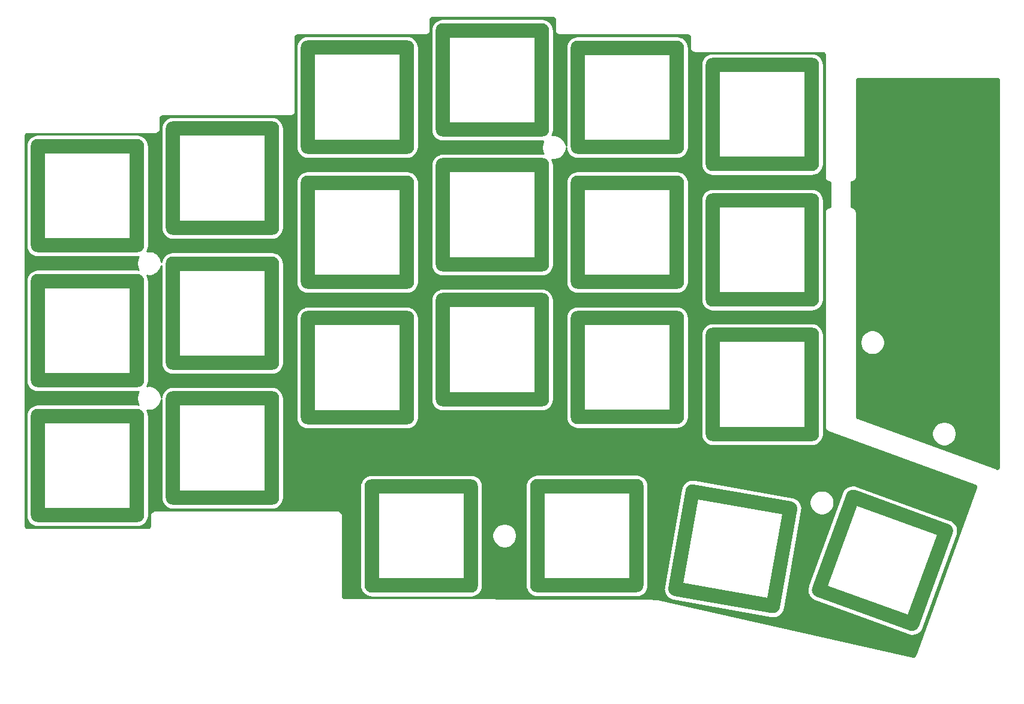
<source format=gbr>
%TF.GenerationSoftware,KiCad,Pcbnew,(5.1.10)-1*%
%TF.CreationDate,2021-08-29T08:27:15+09:00*%
%TF.ProjectId,top_pcb,746f705f-7063-4622-9e6b-696361645f70,rev?*%
%TF.SameCoordinates,Original*%
%TF.FileFunction,Copper,L2,Bot*%
%TF.FilePolarity,Positive*%
%FSLAX46Y46*%
G04 Gerber Fmt 4.6, Leading zero omitted, Abs format (unit mm)*
G04 Created by KiCad (PCBNEW (5.1.10)-1) date 2021-08-29 08:27:15*
%MOMM*%
%LPD*%
G01*
G04 APERTURE LIST*
%TA.AperFunction,ComponentPad*%
%ADD10O,16.000000X2.000000*%
%TD*%
%TA.AperFunction,ComponentPad*%
%ADD11O,2.000000X16.000000*%
%TD*%
%TA.AperFunction,NonConductor*%
%ADD12C,0.254000*%
%TD*%
%TA.AperFunction,NonConductor*%
%ADD13C,0.100000*%
%TD*%
G04 APERTURE END LIST*
D10*
%TO.P,SW7,*%
%TO.N,*%
X65227200Y-35092400D03*
X65227200Y-21092400D03*
D11*
X72227200Y-28092400D03*
X58227200Y-28092400D03*
%TD*%
D10*
%TO.P,SW10,*%
%TO.N,*%
X74244200Y-83042600D03*
X74244200Y-97042600D03*
D11*
X67244200Y-90042600D03*
X81244200Y-90042600D03*
%TD*%
%TO.P,SW22,*%
%TO.N,*%
%TA.AperFunction,ComponentPad*%
G36*
G01*
X129432518Y-97339287D02*
X134220800Y-84183591D01*
G75*
G02*
X135502513Y-83585918I939693J-342020D01*
G01*
X135502513Y-83585918D01*
G75*
G02*
X136100186Y-84867631I-342020J-939693D01*
G01*
X131311904Y-98023327D01*
G75*
G02*
X130030191Y-98621000I-939693J342020D01*
G01*
X130030191Y-98621000D01*
G75*
G02*
X129432518Y-97339287I342020J939693D01*
G01*
G37*
%TD.AperFunction*%
%TA.AperFunction,ComponentPad*%
G36*
G01*
X142588214Y-102127569D02*
X147376496Y-88971873D01*
G75*
G02*
X148658209Y-88374200I939693J-342020D01*
G01*
X148658209Y-88374200D01*
G75*
G02*
X149255882Y-89655913I-342020J-939693D01*
G01*
X144467600Y-102811609D01*
G75*
G02*
X143185887Y-103409282I-939693J342020D01*
G01*
X143185887Y-103409282D01*
G75*
G02*
X142588214Y-102127569I342020J939693D01*
G01*
G37*
%TD.AperFunction*%
%TA.AperFunction,ComponentPad*%
G36*
G01*
X130714231Y-96741614D02*
X143869927Y-101529896D01*
G75*
G02*
X144467600Y-102811609I-342020J-939693D01*
G01*
X144467600Y-102811609D01*
G75*
G02*
X143185887Y-103409282I-939693J342020D01*
G01*
X130030191Y-98621000D01*
G75*
G02*
X129432518Y-97339287I342020J939693D01*
G01*
X129432518Y-97339287D01*
G75*
G02*
X130714231Y-96741614I939693J-342020D01*
G01*
G37*
%TD.AperFunction*%
%TA.AperFunction,ComponentPad*%
G36*
G01*
X135502513Y-83585918D02*
X148658209Y-88374200D01*
G75*
G02*
X149255882Y-89655913I-342020J-939693D01*
G01*
X149255882Y-89655913D01*
G75*
G02*
X147974169Y-90253586I-939693J342020D01*
G01*
X134818473Y-85465304D01*
G75*
G02*
X134220800Y-84183591I342020J939693D01*
G01*
X134220800Y-84183591D01*
G75*
G02*
X135502513Y-83585918I939693J-342020D01*
G01*
G37*
%TD.AperFunction*%
%TD*%
D10*
%TO.P,SW9,*%
%TO.N,*%
X65227200Y-73294000D03*
X65227200Y-59294000D03*
D11*
X72227200Y-66294000D03*
X58227200Y-66294000D03*
%TD*%
D10*
%TO.P,SW4,*%
%TO.N,*%
X46177200Y-46522400D03*
X46177200Y-32522400D03*
D11*
X53177200Y-39522400D03*
X39177200Y-39522400D03*
%TD*%
D10*
%TO.P,SW21,*%
%TO.N,*%
X122377200Y-75656200D03*
X122377200Y-61656200D03*
D11*
X129377200Y-68656200D03*
X115377200Y-68656200D03*
%TD*%
D10*
%TO.P,SW13,*%
%TO.N,*%
X84277200Y-70754000D03*
X84277200Y-56754000D03*
D11*
X91277200Y-63754000D03*
X77277200Y-63754000D03*
%TD*%
D10*
%TO.P,SW16,*%
%TO.N,*%
X103327200Y-54167800D03*
X103327200Y-40167800D03*
D11*
X110327200Y-47167800D03*
X96327200Y-47167800D03*
%TD*%
D10*
%TO.P,SW8,*%
%TO.N,*%
X65227200Y-54167800D03*
X65227200Y-40167800D03*
D11*
X72227200Y-47167800D03*
X58227200Y-47167800D03*
%TD*%
D10*
%TO.P,SW5,*%
%TO.N,*%
X46177200Y-65597800D03*
X46177200Y-51597800D03*
D11*
X53177200Y-58597800D03*
X39177200Y-58597800D03*
%TD*%
D10*
%TO.P,SW12,*%
%TO.N,*%
X84277200Y-51704000D03*
X84277200Y-37704000D03*
D11*
X91277200Y-44704000D03*
X77277200Y-44704000D03*
%TD*%
D10*
%TO.P,SW14,*%
%TO.N,*%
X97612200Y-83017600D03*
X97612200Y-97017600D03*
D11*
X90612200Y-90017600D03*
X104612200Y-90017600D03*
%TD*%
D10*
%TO.P,SW11,*%
%TO.N,*%
X84277200Y-32679400D03*
X84277200Y-18679400D03*
D11*
X91277200Y-25679400D03*
X77277200Y-25679400D03*
%TD*%
D10*
%TO.P,SW19,*%
%TO.N,*%
X122377200Y-37530800D03*
X122377200Y-23530800D03*
D11*
X129377200Y-30530800D03*
X115377200Y-30530800D03*
%TD*%
D10*
%TO.P,SW15,*%
%TO.N,*%
X103327200Y-35117800D03*
X103327200Y-21117800D03*
D11*
X110327200Y-28117800D03*
X96327200Y-28117800D03*
%TD*%
D10*
%TO.P,SW20,*%
%TO.N,*%
X122377200Y-56657000D03*
X122377200Y-42657000D03*
D11*
X129377200Y-49657000D03*
X115377200Y-49657000D03*
%TD*%
D10*
%TO.P,SW17,*%
%TO.N,*%
X103327200Y-73243200D03*
X103327200Y-59243200D03*
D11*
X110327200Y-66243200D03*
X96327200Y-66243200D03*
%TD*%
D10*
%TO.P,SW6,*%
%TO.N,*%
X46177200Y-84622400D03*
X46177200Y-70622400D03*
D11*
X53177200Y-77622400D03*
X39177200Y-77622400D03*
%TD*%
%TO.P,SW18,*%
%TO.N,*%
%TA.AperFunction,ComponentPad*%
G36*
G01*
X112706731Y-82752601D02*
X126494039Y-85183675D01*
G75*
G02*
X127305199Y-86342131I-173648J-984808D01*
G01*
X127305199Y-86342131D01*
G75*
G02*
X126146743Y-87153291I-984808J173648D01*
G01*
X112359435Y-84722217D01*
G75*
G02*
X111548275Y-83563761I173648J984808D01*
G01*
X111548275Y-83563761D01*
G75*
G02*
X112706731Y-82752601I984808J-173648D01*
G01*
G37*
%TD.AperFunction*%
%TA.AperFunction,ComponentPad*%
G36*
G01*
X110275657Y-96539909D02*
X124062965Y-98970983D01*
G75*
G02*
X124874125Y-100129439I-173648J-984808D01*
G01*
X124874125Y-100129439D01*
G75*
G02*
X123715669Y-100940599I-984808J173648D01*
G01*
X109928361Y-98509525D01*
G75*
G02*
X109117201Y-97351069I173648J984808D01*
G01*
X109117201Y-97351069D01*
G75*
G02*
X110275657Y-96539909I984808J-173648D01*
G01*
G37*
%TD.AperFunction*%
%TA.AperFunction,ComponentPad*%
G36*
G01*
X113517891Y-83911057D02*
X111086817Y-97698365D01*
G75*
G02*
X109928361Y-98509525I-984808J173648D01*
G01*
X109928361Y-98509525D01*
G75*
G02*
X109117201Y-97351069I173648J984808D01*
G01*
X111548275Y-83563761D01*
G75*
G02*
X112706731Y-82752601I984808J-173648D01*
G01*
X112706731Y-82752601D01*
G75*
G02*
X113517891Y-83911057I-173648J-984808D01*
G01*
G37*
%TD.AperFunction*%
%TA.AperFunction,ComponentPad*%
G36*
G01*
X127305199Y-86342131D02*
X124874125Y-100129439D01*
G75*
G02*
X123715669Y-100940599I-984808J173648D01*
G01*
X123715669Y-100940599D01*
G75*
G02*
X122904509Y-99782143I173648J984808D01*
G01*
X125335583Y-85994835D01*
G75*
G02*
X126494039Y-85183675I984808J-173648D01*
G01*
X126494039Y-85183675D01*
G75*
G02*
X127305199Y-86342131I-173648J-984808D01*
G01*
G37*
%TD.AperFunction*%
%TD*%
D10*
%TO.P,SW3,*%
%TO.N,*%
X27127200Y-87111600D03*
X27127200Y-73111600D03*
D11*
X34127200Y-80111600D03*
X20127200Y-80111600D03*
%TD*%
D10*
%TO.P,SW2,*%
%TO.N,*%
X27127200Y-68061600D03*
X27127200Y-54061600D03*
D11*
X34127200Y-61061600D03*
X20127200Y-61061600D03*
%TD*%
D10*
%TO.P,SW1,*%
%TO.N,*%
X27127200Y-49011600D03*
X27127200Y-35011600D03*
D11*
X34127200Y-42011600D03*
X20127200Y-42011600D03*
%TD*%
D12*
X92791663Y-16851301D02*
X92878387Y-16859804D01*
X92927240Y-16874554D01*
X92972299Y-16898512D01*
X93011845Y-16930766D01*
X93044374Y-16970086D01*
X93068643Y-17014970D01*
X93083735Y-17063727D01*
X93092601Y-17148073D01*
X93092600Y-18556695D01*
X93089044Y-18592800D01*
X93103235Y-18736885D01*
X93145263Y-18875433D01*
X93213513Y-19003120D01*
X93305362Y-19115038D01*
X93413269Y-19203595D01*
X93417280Y-19206887D01*
X93544967Y-19275137D01*
X93683515Y-19317165D01*
X93827600Y-19331356D01*
X93863705Y-19327800D01*
X111841653Y-19327800D01*
X111928387Y-19336304D01*
X111977240Y-19351054D01*
X112022299Y-19375012D01*
X112061845Y-19407266D01*
X112094374Y-19446586D01*
X112118643Y-19491470D01*
X112133735Y-19540227D01*
X112142601Y-19624573D01*
X112142600Y-21033155D01*
X112139045Y-21069202D01*
X112142600Y-21105348D01*
X112142600Y-21105404D01*
X112145923Y-21139139D01*
X112153216Y-21213288D01*
X112153230Y-21213335D01*
X112153235Y-21213384D01*
X112175002Y-21285141D01*
X112195226Y-21351841D01*
X112195248Y-21351882D01*
X112195263Y-21351932D01*
X112231642Y-21419993D01*
X112263459Y-21479537D01*
X112263488Y-21479573D01*
X112263513Y-21479619D01*
X112311027Y-21537515D01*
X112355293Y-21591468D01*
X112355331Y-21591499D01*
X112355362Y-21591537D01*
X112411417Y-21637541D01*
X112467198Y-21683332D01*
X112467241Y-21683355D01*
X112467280Y-21683387D01*
X112532588Y-21718295D01*
X112594876Y-21751599D01*
X112594922Y-21751613D01*
X112594967Y-21751637D01*
X112668670Y-21773995D01*
X112733419Y-21793645D01*
X112733464Y-21793649D01*
X112733515Y-21793665D01*
X112808350Y-21801036D01*
X112841397Y-21804295D01*
X112841444Y-21804295D01*
X112877600Y-21807856D01*
X112913658Y-21804305D01*
X130888797Y-21806704D01*
X130975578Y-21815213D01*
X131024432Y-21829964D01*
X131069486Y-21853919D01*
X131109034Y-21886174D01*
X131141563Y-21925494D01*
X131165835Y-21970385D01*
X131180925Y-22019134D01*
X131189788Y-22103458D01*
X131188858Y-39302776D01*
X131185299Y-39338911D01*
X131194063Y-39427892D01*
X131199483Y-39482956D01*
X131199488Y-39482971D01*
X131199490Y-39482996D01*
X131222346Y-39558342D01*
X131241503Y-39621507D01*
X131241512Y-39621523D01*
X131241518Y-39621544D01*
X131279393Y-39692403D01*
X131309746Y-39749197D01*
X131309757Y-39749210D01*
X131309768Y-39749231D01*
X131363408Y-39814591D01*
X131401589Y-39861120D01*
X131401602Y-39861131D01*
X131401617Y-39861149D01*
X131468281Y-39915859D01*
X131513502Y-39952975D01*
X131513516Y-39952983D01*
X131513535Y-39952998D01*
X131593066Y-39995508D01*
X131641186Y-40021232D01*
X131641200Y-40021236D01*
X131641222Y-40021248D01*
X131720169Y-40045196D01*
X131779731Y-40063268D01*
X131779750Y-40063270D01*
X131779770Y-40063276D01*
X131865312Y-40071701D01*
X131923816Y-40077466D01*
X131935000Y-40076365D01*
X131935000Y-40096066D01*
X131965167Y-40247726D01*
X131993292Y-40315625D01*
X131965167Y-40383524D01*
X131935000Y-40535184D01*
X131935000Y-40689816D01*
X131965167Y-40841476D01*
X131993292Y-40909375D01*
X131965167Y-40977274D01*
X131935000Y-41128934D01*
X131935000Y-41283566D01*
X131965167Y-41435226D01*
X131993292Y-41503125D01*
X131965167Y-41571024D01*
X131935000Y-41722684D01*
X131935000Y-41877316D01*
X131965167Y-42028976D01*
X131993292Y-42096875D01*
X131965167Y-42164774D01*
X131935000Y-42316434D01*
X131935000Y-42471066D01*
X131965167Y-42622726D01*
X131993292Y-42690625D01*
X131965167Y-42758524D01*
X131935000Y-42910184D01*
X131935000Y-43064816D01*
X131965167Y-43216476D01*
X131993292Y-43284375D01*
X131965167Y-43352274D01*
X131935000Y-43503934D01*
X131935000Y-43601477D01*
X131923623Y-43600356D01*
X131887508Y-43603911D01*
X131887479Y-43603911D01*
X131835358Y-43609044D01*
X131779539Y-43614539D01*
X131779524Y-43614544D01*
X131779499Y-43614546D01*
X131699708Y-43638750D01*
X131640988Y-43656559D01*
X131640972Y-43656568D01*
X131640951Y-43656574D01*
X131570092Y-43694449D01*
X131513298Y-43724802D01*
X131513285Y-43724813D01*
X131513264Y-43724824D01*
X131447904Y-43778464D01*
X131401375Y-43816645D01*
X131401364Y-43816658D01*
X131401346Y-43816673D01*
X131346636Y-43883337D01*
X131309520Y-43928558D01*
X131309512Y-43928572D01*
X131309497Y-43928591D01*
X131266987Y-44008122D01*
X131241263Y-44056242D01*
X131241259Y-44056256D01*
X131241247Y-44056278D01*
X131217299Y-44135225D01*
X131199227Y-44194787D01*
X131199225Y-44194806D01*
X131199219Y-44194826D01*
X131191978Y-44268343D01*
X131188586Y-44302767D01*
X131188586Y-44302786D01*
X131185028Y-44338911D01*
X131188582Y-44374997D01*
X131186947Y-74601335D01*
X131184092Y-74653627D01*
X131192056Y-74709408D01*
X131197573Y-74765457D01*
X131202268Y-74780938D01*
X131204555Y-74796956D01*
X131223244Y-74850100D01*
X131239593Y-74904008D01*
X131247219Y-74918277D01*
X131252586Y-74933539D01*
X131281282Y-74982013D01*
X131307836Y-75031698D01*
X131318100Y-75044206D01*
X131326341Y-75058127D01*
X131363943Y-75100072D01*
X131399679Y-75143621D01*
X131412184Y-75153885D01*
X131422984Y-75165932D01*
X131468049Y-75199737D01*
X131511592Y-75235476D01*
X131525859Y-75243103D01*
X131538802Y-75252812D01*
X131589602Y-75277179D01*
X131639276Y-75303733D01*
X131689376Y-75318934D01*
X152380315Y-82849821D01*
X152458916Y-82887480D01*
X152499776Y-82918047D01*
X152533922Y-82955970D01*
X152560052Y-82999804D01*
X152577171Y-83047878D01*
X152584625Y-83098359D01*
X152582132Y-83149336D01*
X152561617Y-83231618D01*
X143960725Y-106862378D01*
X143923064Y-106940981D01*
X143892496Y-106981843D01*
X143854571Y-107015991D01*
X143810739Y-107042120D01*
X143762663Y-107059239D01*
X143712183Y-107066693D01*
X143639021Y-107063115D01*
X143627563Y-107060979D01*
X108331489Y-99089773D01*
X108315313Y-99087758D01*
X107551008Y-98950433D01*
X107543759Y-98949622D01*
X107536645Y-98947999D01*
X107470384Y-98940508D01*
X106291815Y-98861189D01*
X106267541Y-98858777D01*
X63430818Y-98821209D01*
X63344087Y-98812628D01*
X63295249Y-98797837D01*
X63250209Y-98773838D01*
X63210691Y-98741550D01*
X63178198Y-98702201D01*
X63153965Y-98657290D01*
X63138919Y-98608533D01*
X63130100Y-98523909D01*
X63130100Y-87208905D01*
X63133656Y-87172800D01*
X63119465Y-87028715D01*
X63077437Y-86890167D01*
X63009187Y-86762480D01*
X62917338Y-86650562D01*
X62805420Y-86558713D01*
X62677733Y-86490463D01*
X62539185Y-86448435D01*
X62431205Y-86437800D01*
X62395100Y-86434244D01*
X62358995Y-86437800D01*
X36713705Y-86437800D01*
X36677600Y-86434244D01*
X36641495Y-86437800D01*
X36533515Y-86448435D01*
X36394967Y-86490463D01*
X36267280Y-86558713D01*
X36155362Y-86650562D01*
X36063513Y-86762480D01*
X35995263Y-86890167D01*
X35953235Y-87028715D01*
X35939044Y-87172800D01*
X35942601Y-87208915D01*
X35942600Y-88613364D01*
X35934097Y-88700087D01*
X35919347Y-88748941D01*
X35895390Y-88793997D01*
X35863135Y-88833546D01*
X35823816Y-88866073D01*
X35778925Y-88890345D01*
X35730173Y-88905436D01*
X35645835Y-88914301D01*
X18663558Y-88914301D01*
X18576815Y-88905796D01*
X18527961Y-88891046D01*
X18482902Y-88867088D01*
X18443355Y-88834834D01*
X18410828Y-88795515D01*
X18386558Y-88750629D01*
X18371466Y-88701873D01*
X18362601Y-88617535D01*
X18362600Y-35011600D01*
X18484289Y-35011600D01*
X18492200Y-35091922D01*
X18492201Y-48931268D01*
X18484289Y-49011600D01*
X18515857Y-49332116D01*
X18609348Y-49640315D01*
X18761169Y-49924352D01*
X18965486Y-50173314D01*
X19214448Y-50377631D01*
X19498485Y-50529452D01*
X19806684Y-50622943D01*
X20046878Y-50646600D01*
X20127200Y-50654511D01*
X20207522Y-50646600D01*
X34046878Y-50646600D01*
X34127200Y-50654511D01*
X34371366Y-50630463D01*
X34298063Y-50740169D01*
X34167275Y-51055919D01*
X34100600Y-51391117D01*
X34100600Y-51732883D01*
X34167275Y-52068081D01*
X34298063Y-52383831D01*
X34335032Y-52439159D01*
X34207522Y-52426600D01*
X34127200Y-52418689D01*
X34046878Y-52426600D01*
X20207522Y-52426600D01*
X20127200Y-52418689D01*
X20046878Y-52426600D01*
X19806684Y-52450257D01*
X19498485Y-52543748D01*
X19214448Y-52695569D01*
X18965486Y-52899886D01*
X18761169Y-53148848D01*
X18609348Y-53432885D01*
X18515857Y-53741084D01*
X18484289Y-54061600D01*
X18492200Y-54141922D01*
X18492201Y-67981268D01*
X18484289Y-68061600D01*
X18515857Y-68382116D01*
X18609348Y-68690315D01*
X18761169Y-68974352D01*
X18965486Y-69223314D01*
X19214448Y-69427631D01*
X19498485Y-69579452D01*
X19806684Y-69672943D01*
X20046878Y-69696600D01*
X20127200Y-69704511D01*
X20207522Y-69696600D01*
X34046878Y-69696600D01*
X34127200Y-69704511D01*
X34326010Y-69684930D01*
X34272663Y-69764769D01*
X34141875Y-70080519D01*
X34075200Y-70415717D01*
X34075200Y-70757483D01*
X34141875Y-71092681D01*
X34272663Y-71408431D01*
X34326010Y-71488270D01*
X34207522Y-71476600D01*
X34127200Y-71468689D01*
X34046878Y-71476600D01*
X20207522Y-71476600D01*
X20127200Y-71468689D01*
X20046878Y-71476600D01*
X19806684Y-71500257D01*
X19498485Y-71593748D01*
X19214448Y-71745569D01*
X18965486Y-71949886D01*
X18761169Y-72198848D01*
X18609348Y-72482885D01*
X18515857Y-72791084D01*
X18484289Y-73111600D01*
X18492200Y-73191922D01*
X18492201Y-87031268D01*
X18484289Y-87111600D01*
X18515857Y-87432116D01*
X18609348Y-87740315D01*
X18761169Y-88024352D01*
X18965486Y-88273314D01*
X19214448Y-88477631D01*
X19498485Y-88629452D01*
X19806684Y-88722943D01*
X20046878Y-88746600D01*
X20127200Y-88754511D01*
X20207522Y-88746600D01*
X34046878Y-88746600D01*
X34127200Y-88754511D01*
X34447716Y-88722943D01*
X34755915Y-88629452D01*
X35039952Y-88477631D01*
X35288914Y-88273314D01*
X35493231Y-88024352D01*
X35645052Y-87740315D01*
X35738543Y-87432116D01*
X35762200Y-87191922D01*
X35770111Y-87111600D01*
X35762200Y-87031278D01*
X35762200Y-73191922D01*
X35770111Y-73111600D01*
X35738543Y-72791084D01*
X35645052Y-72482885D01*
X35549269Y-72303688D01*
X35639317Y-72321600D01*
X35981083Y-72321600D01*
X36316281Y-72254925D01*
X36632031Y-72124137D01*
X36916198Y-71934263D01*
X37157863Y-71692598D01*
X37347737Y-71408431D01*
X37478525Y-71092681D01*
X37542200Y-70772565D01*
X37542201Y-84542068D01*
X37534289Y-84622400D01*
X37565857Y-84942916D01*
X37659348Y-85251115D01*
X37811169Y-85535152D01*
X38015486Y-85784114D01*
X38264448Y-85988431D01*
X38548485Y-86140252D01*
X38856684Y-86233743D01*
X39096878Y-86257400D01*
X39177200Y-86265311D01*
X39257522Y-86257400D01*
X53096878Y-86257400D01*
X53177200Y-86265311D01*
X53497716Y-86233743D01*
X53805915Y-86140252D01*
X54089952Y-85988431D01*
X54338914Y-85784114D01*
X54543231Y-85535152D01*
X54695052Y-85251115D01*
X54788543Y-84942916D01*
X54812200Y-84702722D01*
X54820111Y-84622400D01*
X54812200Y-84542078D01*
X54812200Y-83042600D01*
X65601289Y-83042600D01*
X65609201Y-83122932D01*
X65609200Y-96962278D01*
X65601289Y-97042600D01*
X65632857Y-97363116D01*
X65726348Y-97671315D01*
X65878169Y-97955352D01*
X66081596Y-98203230D01*
X66082486Y-98204314D01*
X66331448Y-98408631D01*
X66615485Y-98560452D01*
X66923684Y-98653943D01*
X67244200Y-98685511D01*
X67324522Y-98677600D01*
X81163878Y-98677600D01*
X81244200Y-98685511D01*
X81324522Y-98677600D01*
X81564716Y-98653943D01*
X81872915Y-98560452D01*
X82156952Y-98408631D01*
X82405914Y-98204314D01*
X82610231Y-97955352D01*
X82762052Y-97671315D01*
X82855543Y-97363116D01*
X82887111Y-97042600D01*
X82879200Y-96962278D01*
X82879200Y-89846717D01*
X84244000Y-89846717D01*
X84244000Y-90188483D01*
X84310675Y-90523681D01*
X84441463Y-90839431D01*
X84631337Y-91123598D01*
X84873002Y-91365263D01*
X85157169Y-91555137D01*
X85472919Y-91685925D01*
X85808117Y-91752600D01*
X86149883Y-91752600D01*
X86485081Y-91685925D01*
X86800831Y-91555137D01*
X87084998Y-91365263D01*
X87326663Y-91123598D01*
X87516537Y-90839431D01*
X87647325Y-90523681D01*
X87714000Y-90188483D01*
X87714000Y-89846717D01*
X87647325Y-89511519D01*
X87516537Y-89195769D01*
X87326663Y-88911602D01*
X87084998Y-88669937D01*
X86800831Y-88480063D01*
X86485081Y-88349275D01*
X86149883Y-88282600D01*
X85808117Y-88282600D01*
X85472919Y-88349275D01*
X85157169Y-88480063D01*
X84873002Y-88669937D01*
X84631337Y-88911602D01*
X84441463Y-89195769D01*
X84310675Y-89511519D01*
X84244000Y-89846717D01*
X82879200Y-89846717D01*
X82879200Y-83122922D01*
X82887111Y-83042600D01*
X82884649Y-83017600D01*
X88969289Y-83017600D01*
X88977201Y-83097932D01*
X88977200Y-96937278D01*
X88969289Y-97017600D01*
X89000857Y-97338116D01*
X89094348Y-97646315D01*
X89246169Y-97930352D01*
X89437865Y-98163935D01*
X89450486Y-98179314D01*
X89699448Y-98383631D01*
X89983485Y-98535452D01*
X90291684Y-98628943D01*
X90612200Y-98660511D01*
X90692522Y-98652600D01*
X104531878Y-98652600D01*
X104612200Y-98660511D01*
X104692522Y-98652600D01*
X104932716Y-98628943D01*
X105240915Y-98535452D01*
X105524952Y-98383631D01*
X105773914Y-98179314D01*
X105978231Y-97930352D01*
X106130052Y-97646315D01*
X106156066Y-97560556D01*
X108459489Y-97560556D01*
X108498042Y-97880308D01*
X108598234Y-98186393D01*
X108756215Y-98467052D01*
X108965915Y-98711497D01*
X109219274Y-98910334D01*
X109506556Y-99055923D01*
X109816721Y-99142668D01*
X109897202Y-99148825D01*
X123526303Y-101552004D01*
X123604029Y-101573742D01*
X123684503Y-101579899D01*
X123925156Y-101598311D01*
X124244908Y-101559758D01*
X124550993Y-101459566D01*
X124831652Y-101301585D01*
X125076097Y-101091885D01*
X125274934Y-100838526D01*
X125420523Y-100551244D01*
X125485529Y-100318807D01*
X125507268Y-100241079D01*
X125513425Y-100160601D01*
X125937955Y-97752969D01*
X128730864Y-97752969D01*
X128776383Y-98071803D01*
X128883228Y-98375631D01*
X129047295Y-98652776D01*
X129262277Y-98892588D01*
X129519913Y-99085851D01*
X129810303Y-99225138D01*
X129888492Y-99245177D01*
X142893233Y-103978517D01*
X142965999Y-104013420D01*
X143044176Y-104033456D01*
X143044181Y-104033458D01*
X143139891Y-104057987D01*
X143277982Y-104093379D01*
X143599569Y-104110936D01*
X143918403Y-104065417D01*
X144222231Y-103958572D01*
X144499376Y-103794505D01*
X144739188Y-103579523D01*
X144932451Y-103321887D01*
X145036832Y-103104269D01*
X145071738Y-103031497D01*
X145091776Y-102953311D01*
X149825118Y-89948565D01*
X149860020Y-89875801D01*
X149880055Y-89797626D01*
X149880058Y-89797619D01*
X149939978Y-89563819D01*
X149957536Y-89242231D01*
X149955234Y-89226104D01*
X149912017Y-88923396D01*
X149805172Y-88619568D01*
X149641105Y-88342423D01*
X149426123Y-88102611D01*
X149168486Y-87909348D01*
X148950869Y-87804967D01*
X148950863Y-87804965D01*
X148878097Y-87770062D01*
X148799920Y-87750026D01*
X135795171Y-83016685D01*
X135722401Y-82981780D01*
X135644219Y-82961743D01*
X135644217Y-82961742D01*
X135410418Y-82901821D01*
X135088831Y-82884264D01*
X135088830Y-82884264D01*
X134769996Y-82929783D01*
X134466168Y-83036628D01*
X134189023Y-83200695D01*
X133949211Y-83415677D01*
X133755948Y-83673314D01*
X133652704Y-83888561D01*
X133616662Y-83963703D01*
X133596625Y-84041882D01*
X128863286Y-97046627D01*
X128828380Y-97119399D01*
X128808342Y-97197583D01*
X128748421Y-97431382D01*
X128730864Y-97752969D01*
X125937955Y-97752969D01*
X127916604Y-86531495D01*
X127938342Y-86453771D01*
X127944499Y-86373297D01*
X127962911Y-86132644D01*
X127924358Y-85812893D01*
X127924358Y-85812891D01*
X127824166Y-85506806D01*
X127666185Y-85226147D01*
X127620693Y-85173117D01*
X129049200Y-85173117D01*
X129049200Y-85514883D01*
X129115875Y-85850081D01*
X129246663Y-86165831D01*
X129436537Y-86449998D01*
X129678202Y-86691663D01*
X129962369Y-86881537D01*
X130278119Y-87012325D01*
X130613317Y-87079000D01*
X130955083Y-87079000D01*
X131290281Y-87012325D01*
X131606031Y-86881537D01*
X131890198Y-86691663D01*
X132131863Y-86449998D01*
X132321737Y-86165831D01*
X132452525Y-85850081D01*
X132519200Y-85514883D01*
X132519200Y-85173117D01*
X132452525Y-84837919D01*
X132321737Y-84522169D01*
X132131863Y-84238002D01*
X131890198Y-83996337D01*
X131606031Y-83806463D01*
X131290281Y-83675675D01*
X130955083Y-83609000D01*
X130613317Y-83609000D01*
X130278119Y-83675675D01*
X129962369Y-83806463D01*
X129678202Y-83996337D01*
X129436537Y-84238002D01*
X129246663Y-84522169D01*
X129115875Y-84837919D01*
X129049200Y-85173117D01*
X127620693Y-85173117D01*
X127456484Y-84981702D01*
X127203126Y-84782865D01*
X126915843Y-84637276D01*
X126683407Y-84572270D01*
X126683400Y-84572269D01*
X126605679Y-84550532D01*
X126525211Y-84544376D01*
X112896098Y-82141196D01*
X112818371Y-82119458D01*
X112737897Y-82113301D01*
X112737895Y-82113301D01*
X112497244Y-82094889D01*
X112216044Y-82128794D01*
X112177491Y-82133442D01*
X111871406Y-82233634D01*
X111590747Y-82391615D01*
X111472991Y-82492634D01*
X111354397Y-82594372D01*
X111346302Y-82601316D01*
X111147465Y-82854674D01*
X111001876Y-83141957D01*
X110936870Y-83374393D01*
X110915132Y-83452121D01*
X110908975Y-83532592D01*
X108505797Y-97161700D01*
X108484058Y-97239429D01*
X108477901Y-97319905D01*
X108459489Y-97560556D01*
X106156066Y-97560556D01*
X106223543Y-97338116D01*
X106255111Y-97017600D01*
X106247200Y-96937278D01*
X106247200Y-83097922D01*
X106255111Y-83017600D01*
X106223543Y-82697084D01*
X106130052Y-82388885D01*
X105978231Y-82104848D01*
X105773914Y-81855886D01*
X105524952Y-81651569D01*
X105240915Y-81499748D01*
X104932716Y-81406257D01*
X104692522Y-81382600D01*
X104612200Y-81374689D01*
X104531878Y-81382600D01*
X90692522Y-81382600D01*
X90612200Y-81374689D01*
X90531878Y-81382600D01*
X90291684Y-81406257D01*
X89983485Y-81499748D01*
X89699448Y-81651569D01*
X89450486Y-81855886D01*
X89246169Y-82104848D01*
X89094348Y-82388885D01*
X89000857Y-82697084D01*
X88969289Y-83017600D01*
X82884649Y-83017600D01*
X82855543Y-82722084D01*
X82762052Y-82413885D01*
X82610231Y-82129848D01*
X82405914Y-81880886D01*
X82156952Y-81676569D01*
X81872915Y-81524748D01*
X81564716Y-81431257D01*
X81324522Y-81407600D01*
X81244200Y-81399689D01*
X81163878Y-81407600D01*
X67324522Y-81407600D01*
X67244200Y-81399689D01*
X67163878Y-81407600D01*
X66923684Y-81431257D01*
X66615485Y-81524748D01*
X66331448Y-81676569D01*
X66082486Y-81880886D01*
X65878169Y-82129848D01*
X65726348Y-82413885D01*
X65632857Y-82722084D01*
X65601289Y-83042600D01*
X54812200Y-83042600D01*
X54812200Y-70702722D01*
X54820111Y-70622400D01*
X54788543Y-70301884D01*
X54695052Y-69993685D01*
X54543231Y-69709648D01*
X54338914Y-69460686D01*
X54089952Y-69256369D01*
X53805915Y-69104548D01*
X53497716Y-69011057D01*
X53257522Y-68987400D01*
X53177200Y-68979489D01*
X53096878Y-68987400D01*
X39257522Y-68987400D01*
X39177200Y-68979489D01*
X39096878Y-68987400D01*
X38856684Y-69011057D01*
X38548485Y-69104548D01*
X38264448Y-69256369D01*
X38015486Y-69460686D01*
X37811169Y-69709648D01*
X37659348Y-69993685D01*
X37565857Y-70301884D01*
X37545200Y-70511619D01*
X37545200Y-70415717D01*
X37478525Y-70080519D01*
X37347737Y-69764769D01*
X37157863Y-69480602D01*
X36916198Y-69238937D01*
X36632031Y-69049063D01*
X36316281Y-68918275D01*
X35981083Y-68851600D01*
X35639317Y-68851600D01*
X35549269Y-68869512D01*
X35645052Y-68690315D01*
X35738543Y-68382116D01*
X35762200Y-68141922D01*
X35770111Y-68061600D01*
X35762200Y-67981278D01*
X35762200Y-54141922D01*
X35770111Y-54061600D01*
X35738543Y-53741084D01*
X35645052Y-53432885D01*
X35561439Y-53276457D01*
X35664717Y-53297000D01*
X36006483Y-53297000D01*
X36341681Y-53230325D01*
X36657431Y-53099537D01*
X36941598Y-52909663D01*
X37183263Y-52667998D01*
X37373137Y-52383831D01*
X37503925Y-52068081D01*
X37542200Y-51875659D01*
X37542201Y-65517468D01*
X37534289Y-65597800D01*
X37565857Y-65918316D01*
X37659348Y-66226515D01*
X37811169Y-66510552D01*
X38015486Y-66759514D01*
X38264448Y-66963831D01*
X38548485Y-67115652D01*
X38856684Y-67209143D01*
X39096878Y-67232800D01*
X39177200Y-67240711D01*
X39257522Y-67232800D01*
X53096878Y-67232800D01*
X53177200Y-67240711D01*
X53497716Y-67209143D01*
X53805915Y-67115652D01*
X54089952Y-66963831D01*
X54338914Y-66759514D01*
X54543231Y-66510552D01*
X54695052Y-66226515D01*
X54788543Y-65918316D01*
X54812200Y-65678122D01*
X54820111Y-65597800D01*
X54812200Y-65517478D01*
X54812200Y-59294000D01*
X56584289Y-59294000D01*
X56592200Y-59374322D01*
X56592201Y-73213668D01*
X56584289Y-73294000D01*
X56615857Y-73614516D01*
X56709348Y-73922715D01*
X56861169Y-74206752D01*
X57065486Y-74455714D01*
X57314448Y-74660031D01*
X57598485Y-74811852D01*
X57906684Y-74905343D01*
X58146878Y-74929000D01*
X58227200Y-74936911D01*
X58307522Y-74929000D01*
X72146878Y-74929000D01*
X72227200Y-74936911D01*
X72547716Y-74905343D01*
X72855915Y-74811852D01*
X73139952Y-74660031D01*
X73388914Y-74455714D01*
X73593231Y-74206752D01*
X73745052Y-73922715D01*
X73838543Y-73614516D01*
X73862200Y-73374322D01*
X73870111Y-73294000D01*
X73862200Y-73213678D01*
X73862200Y-59374322D01*
X73870111Y-59294000D01*
X73838543Y-58973484D01*
X73745052Y-58665285D01*
X73593231Y-58381248D01*
X73388914Y-58132286D01*
X73139952Y-57927969D01*
X72855915Y-57776148D01*
X72547716Y-57682657D01*
X72307522Y-57659000D01*
X72227200Y-57651089D01*
X72146878Y-57659000D01*
X58307522Y-57659000D01*
X58227200Y-57651089D01*
X58146878Y-57659000D01*
X57906684Y-57682657D01*
X57598485Y-57776148D01*
X57314448Y-57927969D01*
X57065486Y-58132286D01*
X56861169Y-58381248D01*
X56709348Y-58665285D01*
X56615857Y-58973484D01*
X56584289Y-59294000D01*
X54812200Y-59294000D01*
X54812200Y-56754000D01*
X75634289Y-56754000D01*
X75642200Y-56834322D01*
X75642201Y-70673668D01*
X75634289Y-70754000D01*
X75665857Y-71074516D01*
X75759348Y-71382715D01*
X75911169Y-71666752D01*
X76115486Y-71915714D01*
X76364448Y-72120031D01*
X76648485Y-72271852D01*
X76956684Y-72365343D01*
X77196878Y-72389000D01*
X77277200Y-72396911D01*
X77357522Y-72389000D01*
X91196878Y-72389000D01*
X91277200Y-72396911D01*
X91436230Y-72381248D01*
X91597716Y-72365343D01*
X91905915Y-72271852D01*
X92189952Y-72120031D01*
X92438914Y-71915714D01*
X92643231Y-71666752D01*
X92795052Y-71382715D01*
X92888543Y-71074516D01*
X92920111Y-70754000D01*
X92912200Y-70673678D01*
X92912200Y-59243200D01*
X94684289Y-59243200D01*
X94692200Y-59323522D01*
X94692201Y-73162868D01*
X94684289Y-73243200D01*
X94715857Y-73563716D01*
X94809348Y-73871915D01*
X94961169Y-74155952D01*
X95165486Y-74404914D01*
X95414448Y-74609231D01*
X95698485Y-74761052D01*
X96006684Y-74854543D01*
X96246878Y-74878200D01*
X96327200Y-74886111D01*
X96407522Y-74878200D01*
X110246878Y-74878200D01*
X110327200Y-74886111D01*
X110647716Y-74854543D01*
X110955915Y-74761052D01*
X111239952Y-74609231D01*
X111488914Y-74404914D01*
X111693231Y-74155952D01*
X111845052Y-73871915D01*
X111938543Y-73563716D01*
X111962200Y-73323522D01*
X111970111Y-73243200D01*
X111962200Y-73162878D01*
X111962200Y-61656200D01*
X113734289Y-61656200D01*
X113742200Y-61736522D01*
X113742201Y-75575868D01*
X113734289Y-75656200D01*
X113765857Y-75976716D01*
X113859348Y-76284915D01*
X114011169Y-76568952D01*
X114215486Y-76817914D01*
X114464448Y-77022231D01*
X114748485Y-77174052D01*
X115056684Y-77267543D01*
X115296878Y-77291200D01*
X115377200Y-77299111D01*
X115457522Y-77291200D01*
X129296878Y-77291200D01*
X129377200Y-77299111D01*
X129697716Y-77267543D01*
X130005915Y-77174052D01*
X130289952Y-77022231D01*
X130538914Y-76817914D01*
X130743231Y-76568952D01*
X130895052Y-76284915D01*
X130988543Y-75976716D01*
X131012200Y-75736522D01*
X131020111Y-75656200D01*
X131012200Y-75575878D01*
X131012200Y-61736522D01*
X131020111Y-61656200D01*
X130988543Y-61335684D01*
X130895052Y-61027485D01*
X130743231Y-60743448D01*
X130538914Y-60494486D01*
X130289952Y-60290169D01*
X130005915Y-60138348D01*
X129697716Y-60044857D01*
X129457522Y-60021200D01*
X129377200Y-60013289D01*
X129296878Y-60021200D01*
X115457522Y-60021200D01*
X115377200Y-60013289D01*
X115296878Y-60021200D01*
X115056684Y-60044857D01*
X114748485Y-60138348D01*
X114464448Y-60290169D01*
X114215486Y-60494486D01*
X114011169Y-60743448D01*
X113859348Y-61027485D01*
X113765857Y-61335684D01*
X113734289Y-61656200D01*
X111962200Y-61656200D01*
X111962200Y-59323522D01*
X111970111Y-59243200D01*
X111938543Y-58922684D01*
X111845052Y-58614485D01*
X111693231Y-58330448D01*
X111488914Y-58081486D01*
X111239952Y-57877169D01*
X110955915Y-57725348D01*
X110647716Y-57631857D01*
X110407522Y-57608200D01*
X110327200Y-57600289D01*
X110246878Y-57608200D01*
X96407522Y-57608200D01*
X96327200Y-57600289D01*
X96246878Y-57608200D01*
X96006684Y-57631857D01*
X95698485Y-57725348D01*
X95414448Y-57877169D01*
X95165486Y-58081486D01*
X94961169Y-58330448D01*
X94809348Y-58614485D01*
X94715857Y-58922684D01*
X94684289Y-59243200D01*
X92912200Y-59243200D01*
X92912200Y-56834322D01*
X92920111Y-56754000D01*
X92888543Y-56433484D01*
X92795052Y-56125285D01*
X92643231Y-55841248D01*
X92438914Y-55592286D01*
X92189952Y-55387969D01*
X91905915Y-55236148D01*
X91597716Y-55142657D01*
X91357522Y-55119000D01*
X91277200Y-55111089D01*
X91196878Y-55119000D01*
X77357522Y-55119000D01*
X77277200Y-55111089D01*
X77196878Y-55119000D01*
X76956684Y-55142657D01*
X76648485Y-55236148D01*
X76364448Y-55387969D01*
X76115486Y-55592286D01*
X75911169Y-55841248D01*
X75759348Y-56125285D01*
X75665857Y-56433484D01*
X75634289Y-56754000D01*
X54812200Y-56754000D01*
X54812200Y-51678122D01*
X54820111Y-51597800D01*
X54788543Y-51277284D01*
X54695052Y-50969085D01*
X54543231Y-50685048D01*
X54338914Y-50436086D01*
X54089952Y-50231769D01*
X53805915Y-50079948D01*
X53497716Y-49986457D01*
X53257522Y-49962800D01*
X53177200Y-49954889D01*
X53096878Y-49962800D01*
X39257522Y-49962800D01*
X39177200Y-49954889D01*
X39096878Y-49962800D01*
X38856684Y-49986457D01*
X38548485Y-50079948D01*
X38264448Y-50231769D01*
X38015486Y-50436086D01*
X37811169Y-50685048D01*
X37659348Y-50969085D01*
X37565857Y-51277284D01*
X37559929Y-51337471D01*
X37503925Y-51055919D01*
X37373137Y-50740169D01*
X37183263Y-50456002D01*
X36941598Y-50214337D01*
X36657431Y-50024463D01*
X36341681Y-49893675D01*
X36006483Y-49827000D01*
X35664717Y-49827000D01*
X35531056Y-49853587D01*
X35645052Y-49640315D01*
X35738543Y-49332116D01*
X35762200Y-49091922D01*
X35770111Y-49011600D01*
X35762200Y-48931278D01*
X35762200Y-35091922D01*
X35770111Y-35011600D01*
X35738543Y-34691084D01*
X35645052Y-34382885D01*
X35493231Y-34098848D01*
X35288914Y-33849886D01*
X35039952Y-33645569D01*
X34755915Y-33493748D01*
X34447716Y-33400257D01*
X34207522Y-33376600D01*
X34127200Y-33368689D01*
X34046878Y-33376600D01*
X20207522Y-33376600D01*
X20127200Y-33368689D01*
X20046878Y-33376600D01*
X19806684Y-33400257D01*
X19498485Y-33493748D01*
X19214448Y-33645569D01*
X18965486Y-33849886D01*
X18761169Y-34098848D01*
X18609348Y-34382885D01*
X18515857Y-34691084D01*
X18484289Y-35011600D01*
X18362600Y-35011600D01*
X18362599Y-33535257D01*
X18371104Y-33448513D01*
X18385854Y-33399660D01*
X18409812Y-33354601D01*
X18442066Y-33315055D01*
X18481386Y-33282526D01*
X18526270Y-33258257D01*
X18575027Y-33243165D01*
X18659364Y-33234300D01*
X36641503Y-33234300D01*
X36677600Y-33237855D01*
X36713695Y-33234300D01*
X36713705Y-33234300D01*
X36821685Y-33223665D01*
X36960233Y-33181637D01*
X37087920Y-33113387D01*
X37199838Y-33021538D01*
X37291687Y-32909620D01*
X37359937Y-32781933D01*
X37401965Y-32643385D01*
X37413880Y-32522400D01*
X37534289Y-32522400D01*
X37542200Y-32602722D01*
X37542201Y-46442068D01*
X37534289Y-46522400D01*
X37565857Y-46842916D01*
X37659348Y-47151115D01*
X37811169Y-47435152D01*
X38015486Y-47684114D01*
X38264448Y-47888431D01*
X38548485Y-48040252D01*
X38856684Y-48133743D01*
X39096878Y-48157400D01*
X39177200Y-48165311D01*
X39257522Y-48157400D01*
X53096878Y-48157400D01*
X53177200Y-48165311D01*
X53497716Y-48133743D01*
X53805915Y-48040252D01*
X54089952Y-47888431D01*
X54338914Y-47684114D01*
X54543231Y-47435152D01*
X54695052Y-47151115D01*
X54788543Y-46842916D01*
X54812200Y-46602722D01*
X54820111Y-46522400D01*
X54812200Y-46442078D01*
X54812200Y-40167800D01*
X56584289Y-40167800D01*
X56592200Y-40248122D01*
X56592201Y-54087468D01*
X56584289Y-54167800D01*
X56615857Y-54488316D01*
X56709348Y-54796515D01*
X56861169Y-55080552D01*
X57065486Y-55329514D01*
X57314448Y-55533831D01*
X57598485Y-55685652D01*
X57906684Y-55779143D01*
X58146878Y-55802800D01*
X58227200Y-55810711D01*
X58307522Y-55802800D01*
X72146878Y-55802800D01*
X72227200Y-55810711D01*
X72547716Y-55779143D01*
X72855915Y-55685652D01*
X73139952Y-55533831D01*
X73388914Y-55329514D01*
X73593231Y-55080552D01*
X73745052Y-54796515D01*
X73838543Y-54488316D01*
X73862200Y-54248122D01*
X73870111Y-54167800D01*
X73862200Y-54087478D01*
X73862200Y-40248122D01*
X73870111Y-40167800D01*
X73849334Y-39956842D01*
X73838543Y-39847284D01*
X73745052Y-39539085D01*
X73593231Y-39255048D01*
X73388914Y-39006086D01*
X73338353Y-38964592D01*
X73139952Y-38801769D01*
X72855915Y-38649948D01*
X72547716Y-38556457D01*
X72307522Y-38532800D01*
X72227200Y-38524889D01*
X72146878Y-38532800D01*
X58307522Y-38532800D01*
X58227200Y-38524889D01*
X58146878Y-38532800D01*
X57906684Y-38556457D01*
X57598485Y-38649948D01*
X57314448Y-38801769D01*
X57065486Y-39006086D01*
X56861169Y-39255048D01*
X56709348Y-39539085D01*
X56615857Y-39847284D01*
X56584289Y-40167800D01*
X54812200Y-40167800D01*
X54812200Y-32602722D01*
X54820111Y-32522400D01*
X54788543Y-32201884D01*
X54695052Y-31893685D01*
X54543231Y-31609648D01*
X54338914Y-31360686D01*
X54089952Y-31156369D01*
X53805915Y-31004548D01*
X53497716Y-30911057D01*
X53257522Y-30887400D01*
X53177200Y-30879489D01*
X53096878Y-30887400D01*
X39257522Y-30887400D01*
X39177200Y-30879489D01*
X39096878Y-30887400D01*
X38856684Y-30911057D01*
X38548485Y-31004548D01*
X38264448Y-31156369D01*
X38015486Y-31360686D01*
X37811169Y-31609648D01*
X37659348Y-31893685D01*
X37565857Y-32201884D01*
X37534289Y-32522400D01*
X37413880Y-32522400D01*
X37416156Y-32499300D01*
X37412600Y-32463194D01*
X37412598Y-31058755D01*
X37421103Y-30972012D01*
X37435854Y-30923158D01*
X37459809Y-30878104D01*
X37492064Y-30838556D01*
X37531384Y-30806027D01*
X37576275Y-30781755D01*
X37625024Y-30766665D01*
X37709364Y-30757800D01*
X55691504Y-30757800D01*
X55727599Y-30761355D01*
X55763696Y-30757800D01*
X55763704Y-30757800D01*
X55871684Y-30747165D01*
X56010232Y-30705137D01*
X56137919Y-30636887D01*
X56249837Y-30545038D01*
X56341686Y-30433120D01*
X56409936Y-30305433D01*
X56451964Y-30166885D01*
X56466155Y-30022800D01*
X56462598Y-29986685D01*
X56462599Y-21092400D01*
X56584289Y-21092400D01*
X56592200Y-21172722D01*
X56592201Y-35012068D01*
X56584289Y-35092400D01*
X56615857Y-35412916D01*
X56709348Y-35721115D01*
X56861169Y-36005152D01*
X57065486Y-36254114D01*
X57314448Y-36458431D01*
X57598485Y-36610252D01*
X57906684Y-36703743D01*
X58146878Y-36727400D01*
X58227200Y-36735311D01*
X58307522Y-36727400D01*
X72146878Y-36727400D01*
X72227200Y-36735311D01*
X72547716Y-36703743D01*
X72855915Y-36610252D01*
X73139952Y-36458431D01*
X73388914Y-36254114D01*
X73593231Y-36005152D01*
X73745052Y-35721115D01*
X73838543Y-35412916D01*
X73862200Y-35172722D01*
X73870111Y-35092400D01*
X73862200Y-35012078D01*
X73862200Y-21172722D01*
X73870111Y-21092400D01*
X73838543Y-20771884D01*
X73745052Y-20463685D01*
X73593231Y-20179648D01*
X73388914Y-19930686D01*
X73139952Y-19726369D01*
X72855915Y-19574548D01*
X72547716Y-19481057D01*
X72307522Y-19457400D01*
X72227200Y-19449489D01*
X72146878Y-19457400D01*
X58307522Y-19457400D01*
X58227200Y-19449489D01*
X58146878Y-19457400D01*
X57906684Y-19481057D01*
X57598485Y-19574548D01*
X57314448Y-19726369D01*
X57065486Y-19930686D01*
X56861169Y-20179648D01*
X56709348Y-20463685D01*
X56615857Y-20771884D01*
X56584289Y-21092400D01*
X56462599Y-21092400D01*
X56462600Y-19628736D01*
X56471103Y-19542012D01*
X56485854Y-19493158D01*
X56509809Y-19448104D01*
X56542064Y-19408556D01*
X56581384Y-19376027D01*
X56626275Y-19351755D01*
X56675024Y-19336665D01*
X56759364Y-19327800D01*
X74741495Y-19327800D01*
X74777600Y-19331356D01*
X74813705Y-19327800D01*
X74921685Y-19317165D01*
X75060233Y-19275137D01*
X75187920Y-19206887D01*
X75299838Y-19115038D01*
X75391687Y-19003120D01*
X75459937Y-18875433D01*
X75501965Y-18736885D01*
X75507626Y-18679400D01*
X75634289Y-18679400D01*
X75642200Y-18759722D01*
X75642201Y-32599068D01*
X75634289Y-32679400D01*
X75665857Y-32999916D01*
X75759348Y-33308115D01*
X75911169Y-33592152D01*
X76115486Y-33841114D01*
X76364448Y-34045431D01*
X76648485Y-34197252D01*
X76956684Y-34290743D01*
X77196878Y-34314400D01*
X77277200Y-34322311D01*
X77357522Y-34314400D01*
X91196878Y-34314400D01*
X91277200Y-34322311D01*
X91457842Y-34304519D01*
X91422663Y-34357169D01*
X91291875Y-34672919D01*
X91225200Y-35008117D01*
X91225200Y-35349883D01*
X91291875Y-35685081D01*
X91422663Y-36000831D01*
X91476010Y-36080670D01*
X91357522Y-36069000D01*
X91277200Y-36061089D01*
X91196878Y-36069000D01*
X77357522Y-36069000D01*
X77277200Y-36061089D01*
X77196878Y-36069000D01*
X76956684Y-36092657D01*
X76648485Y-36186148D01*
X76364448Y-36337969D01*
X76115486Y-36542286D01*
X75911169Y-36791248D01*
X75759348Y-37075285D01*
X75665857Y-37383484D01*
X75634289Y-37704000D01*
X75642200Y-37784322D01*
X75642201Y-51623668D01*
X75634289Y-51704000D01*
X75665857Y-52024516D01*
X75759348Y-52332715D01*
X75911169Y-52616752D01*
X76115486Y-52865714D01*
X76364448Y-53070031D01*
X76648485Y-53221852D01*
X76956684Y-53315343D01*
X77196878Y-53339000D01*
X77277200Y-53346911D01*
X77357522Y-53339000D01*
X91196878Y-53339000D01*
X91277200Y-53346911D01*
X91597716Y-53315343D01*
X91905915Y-53221852D01*
X92189952Y-53070031D01*
X92438914Y-52865714D01*
X92643231Y-52616752D01*
X92795052Y-52332715D01*
X92888543Y-52024516D01*
X92912200Y-51784322D01*
X92920111Y-51704000D01*
X92912200Y-51623678D01*
X92912200Y-40167800D01*
X94684289Y-40167800D01*
X94692200Y-40248122D01*
X94692201Y-54087468D01*
X94684289Y-54167800D01*
X94715857Y-54488316D01*
X94809348Y-54796515D01*
X94961169Y-55080552D01*
X95165486Y-55329514D01*
X95414448Y-55533831D01*
X95698485Y-55685652D01*
X96006684Y-55779143D01*
X96246878Y-55802800D01*
X96327200Y-55810711D01*
X96407522Y-55802800D01*
X110246878Y-55802800D01*
X110327200Y-55810711D01*
X110647716Y-55779143D01*
X110955915Y-55685652D01*
X111239952Y-55533831D01*
X111488914Y-55329514D01*
X111693231Y-55080552D01*
X111845052Y-54796515D01*
X111938543Y-54488316D01*
X111962200Y-54248122D01*
X111970111Y-54167800D01*
X111962200Y-54087478D01*
X111962200Y-42657000D01*
X113734289Y-42657000D01*
X113742200Y-42737322D01*
X113742201Y-56576668D01*
X113734289Y-56657000D01*
X113765857Y-56977516D01*
X113859348Y-57285715D01*
X114011169Y-57569752D01*
X114215486Y-57818714D01*
X114464448Y-58023031D01*
X114748485Y-58174852D01*
X115056684Y-58268343D01*
X115296878Y-58292000D01*
X115377200Y-58299911D01*
X115457522Y-58292000D01*
X129296878Y-58292000D01*
X129377200Y-58299911D01*
X129697716Y-58268343D01*
X130005915Y-58174852D01*
X130289952Y-58023031D01*
X130538914Y-57818714D01*
X130743231Y-57569752D01*
X130895052Y-57285715D01*
X130988543Y-56977516D01*
X131012200Y-56737322D01*
X131020111Y-56657000D01*
X131012200Y-56576678D01*
X131012200Y-42737322D01*
X131020111Y-42657000D01*
X130988543Y-42336484D01*
X130895052Y-42028285D01*
X130743231Y-41744248D01*
X130538914Y-41495286D01*
X130289952Y-41290969D01*
X130005915Y-41139148D01*
X129697716Y-41045657D01*
X129457522Y-41022000D01*
X129377200Y-41014089D01*
X129296878Y-41022000D01*
X115457522Y-41022000D01*
X115377200Y-41014089D01*
X115296878Y-41022000D01*
X115056684Y-41045657D01*
X114748485Y-41139148D01*
X114464448Y-41290969D01*
X114215486Y-41495286D01*
X114011169Y-41744248D01*
X113859348Y-42028285D01*
X113765857Y-42336484D01*
X113734289Y-42657000D01*
X111962200Y-42657000D01*
X111962200Y-40248122D01*
X111970111Y-40167800D01*
X111949334Y-39956842D01*
X111938543Y-39847284D01*
X111845052Y-39539085D01*
X111693231Y-39255048D01*
X111488914Y-39006086D01*
X111438353Y-38964592D01*
X111239952Y-38801769D01*
X110955915Y-38649948D01*
X110647716Y-38556457D01*
X110407522Y-38532800D01*
X110327200Y-38524889D01*
X110246878Y-38532800D01*
X96407522Y-38532800D01*
X96327200Y-38524889D01*
X96246878Y-38532800D01*
X96006684Y-38556457D01*
X95698485Y-38649948D01*
X95414448Y-38801769D01*
X95165486Y-39006086D01*
X94961169Y-39255048D01*
X94809348Y-39539085D01*
X94715857Y-39847284D01*
X94684289Y-40167800D01*
X92912200Y-40167800D01*
X92912200Y-37784322D01*
X92920111Y-37704000D01*
X92888543Y-37383484D01*
X92795052Y-37075285D01*
X92699269Y-36896088D01*
X92789317Y-36914000D01*
X93131083Y-36914000D01*
X93466281Y-36847325D01*
X93782031Y-36716537D01*
X94066198Y-36526663D01*
X94307863Y-36284998D01*
X94497737Y-36000831D01*
X94628525Y-35685081D01*
X94695200Y-35349883D01*
X94695200Y-35228581D01*
X94715857Y-35438316D01*
X94809348Y-35746515D01*
X94961169Y-36030552D01*
X95165486Y-36279514D01*
X95414448Y-36483831D01*
X95698485Y-36635652D01*
X96006684Y-36729143D01*
X96246878Y-36752800D01*
X96327200Y-36760711D01*
X96407522Y-36752800D01*
X110246878Y-36752800D01*
X110327200Y-36760711D01*
X110647716Y-36729143D01*
X110955915Y-36635652D01*
X111239952Y-36483831D01*
X111488914Y-36279514D01*
X111693231Y-36030552D01*
X111845052Y-35746515D01*
X111938543Y-35438316D01*
X111962200Y-35198122D01*
X111970111Y-35117800D01*
X111962200Y-35037478D01*
X111962200Y-23530800D01*
X113734289Y-23530800D01*
X113742200Y-23611122D01*
X113742201Y-37450468D01*
X113734289Y-37530800D01*
X113765857Y-37851316D01*
X113859348Y-38159515D01*
X114011169Y-38443552D01*
X114215486Y-38692514D01*
X114464448Y-38896831D01*
X114748485Y-39048652D01*
X115056684Y-39142143D01*
X115296878Y-39165800D01*
X115377200Y-39173711D01*
X115457522Y-39165800D01*
X129296878Y-39165800D01*
X129377200Y-39173711D01*
X129697716Y-39142143D01*
X130005915Y-39048652D01*
X130289952Y-38896831D01*
X130538914Y-38692514D01*
X130743231Y-38443552D01*
X130895052Y-38159515D01*
X130988543Y-37851316D01*
X131012200Y-37611122D01*
X131020111Y-37530800D01*
X131012200Y-37450478D01*
X131012200Y-23611122D01*
X131020111Y-23530800D01*
X130988543Y-23210284D01*
X130895052Y-22902085D01*
X130743231Y-22618048D01*
X130538914Y-22369086D01*
X130289952Y-22164769D01*
X130005915Y-22012948D01*
X129697716Y-21919457D01*
X129457522Y-21895800D01*
X129377200Y-21887889D01*
X129296878Y-21895800D01*
X115457522Y-21895800D01*
X115377200Y-21887889D01*
X115296878Y-21895800D01*
X115056684Y-21919457D01*
X114748485Y-22012948D01*
X114464448Y-22164769D01*
X114215486Y-22369086D01*
X114011169Y-22618048D01*
X113859348Y-22902085D01*
X113765857Y-23210284D01*
X113734289Y-23530800D01*
X111962200Y-23530800D01*
X111962200Y-21198122D01*
X111970111Y-21117800D01*
X111938543Y-20797284D01*
X111845052Y-20489085D01*
X111693231Y-20205048D01*
X111488914Y-19956086D01*
X111239952Y-19751769D01*
X110955915Y-19599948D01*
X110647716Y-19506457D01*
X110407522Y-19482800D01*
X110327200Y-19474889D01*
X110246878Y-19482800D01*
X96407522Y-19482800D01*
X96327200Y-19474889D01*
X96246878Y-19482800D01*
X96006684Y-19506457D01*
X95698485Y-19599948D01*
X95414448Y-19751769D01*
X95165486Y-19956086D01*
X94961169Y-20205048D01*
X94809348Y-20489085D01*
X94715857Y-20797284D01*
X94684289Y-21117800D01*
X94692200Y-21198122D01*
X94692201Y-34993040D01*
X94628525Y-34672919D01*
X94497737Y-34357169D01*
X94307863Y-34073002D01*
X94066198Y-33831337D01*
X93782031Y-33641463D01*
X93466281Y-33510675D01*
X93131083Y-33444000D01*
X92789317Y-33444000D01*
X92714461Y-33458890D01*
X92795052Y-33308115D01*
X92888543Y-32999916D01*
X92912200Y-32759722D01*
X92920111Y-32679400D01*
X92912200Y-32599078D01*
X92912200Y-18759722D01*
X92920111Y-18679400D01*
X92888543Y-18358884D01*
X92795052Y-18050685D01*
X92643231Y-17766648D01*
X92438914Y-17517686D01*
X92189952Y-17313369D01*
X91905915Y-17161548D01*
X91597716Y-17068057D01*
X91357522Y-17044400D01*
X91277200Y-17036489D01*
X91196878Y-17044400D01*
X77357522Y-17044400D01*
X77277200Y-17036489D01*
X77196878Y-17044400D01*
X76956684Y-17068057D01*
X76648485Y-17161548D01*
X76364448Y-17313369D01*
X76115486Y-17517686D01*
X75911169Y-17766648D01*
X75759348Y-18050685D01*
X75665857Y-18358884D01*
X75634289Y-18679400D01*
X75507626Y-18679400D01*
X75516156Y-18592800D01*
X75512600Y-18556695D01*
X75512600Y-17152236D01*
X75521103Y-17065512D01*
X75535854Y-17016658D01*
X75559809Y-16971604D01*
X75592064Y-16932056D01*
X75631384Y-16899527D01*
X75676275Y-16875255D01*
X75725024Y-16860165D01*
X75809374Y-16851299D01*
X92791663Y-16851301D01*
%TA.AperFunction,NonConductor*%
D13*
G36*
X92791663Y-16851301D02*
G01*
X92878387Y-16859804D01*
X92927240Y-16874554D01*
X92972299Y-16898512D01*
X93011845Y-16930766D01*
X93044374Y-16970086D01*
X93068643Y-17014970D01*
X93083735Y-17063727D01*
X93092601Y-17148073D01*
X93092600Y-18556695D01*
X93089044Y-18592800D01*
X93103235Y-18736885D01*
X93145263Y-18875433D01*
X93213513Y-19003120D01*
X93305362Y-19115038D01*
X93413269Y-19203595D01*
X93417280Y-19206887D01*
X93544967Y-19275137D01*
X93683515Y-19317165D01*
X93827600Y-19331356D01*
X93863705Y-19327800D01*
X111841653Y-19327800D01*
X111928387Y-19336304D01*
X111977240Y-19351054D01*
X112022299Y-19375012D01*
X112061845Y-19407266D01*
X112094374Y-19446586D01*
X112118643Y-19491470D01*
X112133735Y-19540227D01*
X112142601Y-19624573D01*
X112142600Y-21033155D01*
X112139045Y-21069202D01*
X112142600Y-21105348D01*
X112142600Y-21105404D01*
X112145923Y-21139139D01*
X112153216Y-21213288D01*
X112153230Y-21213335D01*
X112153235Y-21213384D01*
X112175002Y-21285141D01*
X112195226Y-21351841D01*
X112195248Y-21351882D01*
X112195263Y-21351932D01*
X112231642Y-21419993D01*
X112263459Y-21479537D01*
X112263488Y-21479573D01*
X112263513Y-21479619D01*
X112311027Y-21537515D01*
X112355293Y-21591468D01*
X112355331Y-21591499D01*
X112355362Y-21591537D01*
X112411417Y-21637541D01*
X112467198Y-21683332D01*
X112467241Y-21683355D01*
X112467280Y-21683387D01*
X112532588Y-21718295D01*
X112594876Y-21751599D01*
X112594922Y-21751613D01*
X112594967Y-21751637D01*
X112668670Y-21773995D01*
X112733419Y-21793645D01*
X112733464Y-21793649D01*
X112733515Y-21793665D01*
X112808350Y-21801036D01*
X112841397Y-21804295D01*
X112841444Y-21804295D01*
X112877600Y-21807856D01*
X112913658Y-21804305D01*
X130888797Y-21806704D01*
X130975578Y-21815213D01*
X131024432Y-21829964D01*
X131069486Y-21853919D01*
X131109034Y-21886174D01*
X131141563Y-21925494D01*
X131165835Y-21970385D01*
X131180925Y-22019134D01*
X131189788Y-22103458D01*
X131188858Y-39302776D01*
X131185299Y-39338911D01*
X131194063Y-39427892D01*
X131199483Y-39482956D01*
X131199488Y-39482971D01*
X131199490Y-39482996D01*
X131222346Y-39558342D01*
X131241503Y-39621507D01*
X131241512Y-39621523D01*
X131241518Y-39621544D01*
X131279393Y-39692403D01*
X131309746Y-39749197D01*
X131309757Y-39749210D01*
X131309768Y-39749231D01*
X131363408Y-39814591D01*
X131401589Y-39861120D01*
X131401602Y-39861131D01*
X131401617Y-39861149D01*
X131468281Y-39915859D01*
X131513502Y-39952975D01*
X131513516Y-39952983D01*
X131513535Y-39952998D01*
X131593066Y-39995508D01*
X131641186Y-40021232D01*
X131641200Y-40021236D01*
X131641222Y-40021248D01*
X131720169Y-40045196D01*
X131779731Y-40063268D01*
X131779750Y-40063270D01*
X131779770Y-40063276D01*
X131865312Y-40071701D01*
X131923816Y-40077466D01*
X131935000Y-40076365D01*
X131935000Y-40096066D01*
X131965167Y-40247726D01*
X131993292Y-40315625D01*
X131965167Y-40383524D01*
X131935000Y-40535184D01*
X131935000Y-40689816D01*
X131965167Y-40841476D01*
X131993292Y-40909375D01*
X131965167Y-40977274D01*
X131935000Y-41128934D01*
X131935000Y-41283566D01*
X131965167Y-41435226D01*
X131993292Y-41503125D01*
X131965167Y-41571024D01*
X131935000Y-41722684D01*
X131935000Y-41877316D01*
X131965167Y-42028976D01*
X131993292Y-42096875D01*
X131965167Y-42164774D01*
X131935000Y-42316434D01*
X131935000Y-42471066D01*
X131965167Y-42622726D01*
X131993292Y-42690625D01*
X131965167Y-42758524D01*
X131935000Y-42910184D01*
X131935000Y-43064816D01*
X131965167Y-43216476D01*
X131993292Y-43284375D01*
X131965167Y-43352274D01*
X131935000Y-43503934D01*
X131935000Y-43601477D01*
X131923623Y-43600356D01*
X131887508Y-43603911D01*
X131887479Y-43603911D01*
X131835358Y-43609044D01*
X131779539Y-43614539D01*
X131779524Y-43614544D01*
X131779499Y-43614546D01*
X131699708Y-43638750D01*
X131640988Y-43656559D01*
X131640972Y-43656568D01*
X131640951Y-43656574D01*
X131570092Y-43694449D01*
X131513298Y-43724802D01*
X131513285Y-43724813D01*
X131513264Y-43724824D01*
X131447904Y-43778464D01*
X131401375Y-43816645D01*
X131401364Y-43816658D01*
X131401346Y-43816673D01*
X131346636Y-43883337D01*
X131309520Y-43928558D01*
X131309512Y-43928572D01*
X131309497Y-43928591D01*
X131266987Y-44008122D01*
X131241263Y-44056242D01*
X131241259Y-44056256D01*
X131241247Y-44056278D01*
X131217299Y-44135225D01*
X131199227Y-44194787D01*
X131199225Y-44194806D01*
X131199219Y-44194826D01*
X131191978Y-44268343D01*
X131188586Y-44302767D01*
X131188586Y-44302786D01*
X131185028Y-44338911D01*
X131188582Y-44374997D01*
X131186947Y-74601335D01*
X131184092Y-74653627D01*
X131192056Y-74709408D01*
X131197573Y-74765457D01*
X131202268Y-74780938D01*
X131204555Y-74796956D01*
X131223244Y-74850100D01*
X131239593Y-74904008D01*
X131247219Y-74918277D01*
X131252586Y-74933539D01*
X131281282Y-74982013D01*
X131307836Y-75031698D01*
X131318100Y-75044206D01*
X131326341Y-75058127D01*
X131363943Y-75100072D01*
X131399679Y-75143621D01*
X131412184Y-75153885D01*
X131422984Y-75165932D01*
X131468049Y-75199737D01*
X131511592Y-75235476D01*
X131525859Y-75243103D01*
X131538802Y-75252812D01*
X131589602Y-75277179D01*
X131639276Y-75303733D01*
X131689376Y-75318934D01*
X152380315Y-82849821D01*
X152458916Y-82887480D01*
X152499776Y-82918047D01*
X152533922Y-82955970D01*
X152560052Y-82999804D01*
X152577171Y-83047878D01*
X152584625Y-83098359D01*
X152582132Y-83149336D01*
X152561617Y-83231618D01*
X143960725Y-106862378D01*
X143923064Y-106940981D01*
X143892496Y-106981843D01*
X143854571Y-107015991D01*
X143810739Y-107042120D01*
X143762663Y-107059239D01*
X143712183Y-107066693D01*
X143639021Y-107063115D01*
X143627563Y-107060979D01*
X108331489Y-99089773D01*
X108315313Y-99087758D01*
X107551008Y-98950433D01*
X107543759Y-98949622D01*
X107536645Y-98947999D01*
X107470384Y-98940508D01*
X106291815Y-98861189D01*
X106267541Y-98858777D01*
X63430818Y-98821209D01*
X63344087Y-98812628D01*
X63295249Y-98797837D01*
X63250209Y-98773838D01*
X63210691Y-98741550D01*
X63178198Y-98702201D01*
X63153965Y-98657290D01*
X63138919Y-98608533D01*
X63130100Y-98523909D01*
X63130100Y-87208905D01*
X63133656Y-87172800D01*
X63119465Y-87028715D01*
X63077437Y-86890167D01*
X63009187Y-86762480D01*
X62917338Y-86650562D01*
X62805420Y-86558713D01*
X62677733Y-86490463D01*
X62539185Y-86448435D01*
X62431205Y-86437800D01*
X62395100Y-86434244D01*
X62358995Y-86437800D01*
X36713705Y-86437800D01*
X36677600Y-86434244D01*
X36641495Y-86437800D01*
X36533515Y-86448435D01*
X36394967Y-86490463D01*
X36267280Y-86558713D01*
X36155362Y-86650562D01*
X36063513Y-86762480D01*
X35995263Y-86890167D01*
X35953235Y-87028715D01*
X35939044Y-87172800D01*
X35942601Y-87208915D01*
X35942600Y-88613364D01*
X35934097Y-88700087D01*
X35919347Y-88748941D01*
X35895390Y-88793997D01*
X35863135Y-88833546D01*
X35823816Y-88866073D01*
X35778925Y-88890345D01*
X35730173Y-88905436D01*
X35645835Y-88914301D01*
X18663558Y-88914301D01*
X18576815Y-88905796D01*
X18527961Y-88891046D01*
X18482902Y-88867088D01*
X18443355Y-88834834D01*
X18410828Y-88795515D01*
X18386558Y-88750629D01*
X18371466Y-88701873D01*
X18362601Y-88617535D01*
X18362600Y-35011600D01*
X18484289Y-35011600D01*
X18492200Y-35091922D01*
X18492201Y-48931268D01*
X18484289Y-49011600D01*
X18515857Y-49332116D01*
X18609348Y-49640315D01*
X18761169Y-49924352D01*
X18965486Y-50173314D01*
X19214448Y-50377631D01*
X19498485Y-50529452D01*
X19806684Y-50622943D01*
X20046878Y-50646600D01*
X20127200Y-50654511D01*
X20207522Y-50646600D01*
X34046878Y-50646600D01*
X34127200Y-50654511D01*
X34371366Y-50630463D01*
X34298063Y-50740169D01*
X34167275Y-51055919D01*
X34100600Y-51391117D01*
X34100600Y-51732883D01*
X34167275Y-52068081D01*
X34298063Y-52383831D01*
X34335032Y-52439159D01*
X34207522Y-52426600D01*
X34127200Y-52418689D01*
X34046878Y-52426600D01*
X20207522Y-52426600D01*
X20127200Y-52418689D01*
X20046878Y-52426600D01*
X19806684Y-52450257D01*
X19498485Y-52543748D01*
X19214448Y-52695569D01*
X18965486Y-52899886D01*
X18761169Y-53148848D01*
X18609348Y-53432885D01*
X18515857Y-53741084D01*
X18484289Y-54061600D01*
X18492200Y-54141922D01*
X18492201Y-67981268D01*
X18484289Y-68061600D01*
X18515857Y-68382116D01*
X18609348Y-68690315D01*
X18761169Y-68974352D01*
X18965486Y-69223314D01*
X19214448Y-69427631D01*
X19498485Y-69579452D01*
X19806684Y-69672943D01*
X20046878Y-69696600D01*
X20127200Y-69704511D01*
X20207522Y-69696600D01*
X34046878Y-69696600D01*
X34127200Y-69704511D01*
X34326010Y-69684930D01*
X34272663Y-69764769D01*
X34141875Y-70080519D01*
X34075200Y-70415717D01*
X34075200Y-70757483D01*
X34141875Y-71092681D01*
X34272663Y-71408431D01*
X34326010Y-71488270D01*
X34207522Y-71476600D01*
X34127200Y-71468689D01*
X34046878Y-71476600D01*
X20207522Y-71476600D01*
X20127200Y-71468689D01*
X20046878Y-71476600D01*
X19806684Y-71500257D01*
X19498485Y-71593748D01*
X19214448Y-71745569D01*
X18965486Y-71949886D01*
X18761169Y-72198848D01*
X18609348Y-72482885D01*
X18515857Y-72791084D01*
X18484289Y-73111600D01*
X18492200Y-73191922D01*
X18492201Y-87031268D01*
X18484289Y-87111600D01*
X18515857Y-87432116D01*
X18609348Y-87740315D01*
X18761169Y-88024352D01*
X18965486Y-88273314D01*
X19214448Y-88477631D01*
X19498485Y-88629452D01*
X19806684Y-88722943D01*
X20046878Y-88746600D01*
X20127200Y-88754511D01*
X20207522Y-88746600D01*
X34046878Y-88746600D01*
X34127200Y-88754511D01*
X34447716Y-88722943D01*
X34755915Y-88629452D01*
X35039952Y-88477631D01*
X35288914Y-88273314D01*
X35493231Y-88024352D01*
X35645052Y-87740315D01*
X35738543Y-87432116D01*
X35762200Y-87191922D01*
X35770111Y-87111600D01*
X35762200Y-87031278D01*
X35762200Y-73191922D01*
X35770111Y-73111600D01*
X35738543Y-72791084D01*
X35645052Y-72482885D01*
X35549269Y-72303688D01*
X35639317Y-72321600D01*
X35981083Y-72321600D01*
X36316281Y-72254925D01*
X36632031Y-72124137D01*
X36916198Y-71934263D01*
X37157863Y-71692598D01*
X37347737Y-71408431D01*
X37478525Y-71092681D01*
X37542200Y-70772565D01*
X37542201Y-84542068D01*
X37534289Y-84622400D01*
X37565857Y-84942916D01*
X37659348Y-85251115D01*
X37811169Y-85535152D01*
X38015486Y-85784114D01*
X38264448Y-85988431D01*
X38548485Y-86140252D01*
X38856684Y-86233743D01*
X39096878Y-86257400D01*
X39177200Y-86265311D01*
X39257522Y-86257400D01*
X53096878Y-86257400D01*
X53177200Y-86265311D01*
X53497716Y-86233743D01*
X53805915Y-86140252D01*
X54089952Y-85988431D01*
X54338914Y-85784114D01*
X54543231Y-85535152D01*
X54695052Y-85251115D01*
X54788543Y-84942916D01*
X54812200Y-84702722D01*
X54820111Y-84622400D01*
X54812200Y-84542078D01*
X54812200Y-83042600D01*
X65601289Y-83042600D01*
X65609201Y-83122932D01*
X65609200Y-96962278D01*
X65601289Y-97042600D01*
X65632857Y-97363116D01*
X65726348Y-97671315D01*
X65878169Y-97955352D01*
X66081596Y-98203230D01*
X66082486Y-98204314D01*
X66331448Y-98408631D01*
X66615485Y-98560452D01*
X66923684Y-98653943D01*
X67244200Y-98685511D01*
X67324522Y-98677600D01*
X81163878Y-98677600D01*
X81244200Y-98685511D01*
X81324522Y-98677600D01*
X81564716Y-98653943D01*
X81872915Y-98560452D01*
X82156952Y-98408631D01*
X82405914Y-98204314D01*
X82610231Y-97955352D01*
X82762052Y-97671315D01*
X82855543Y-97363116D01*
X82887111Y-97042600D01*
X82879200Y-96962278D01*
X82879200Y-89846717D01*
X84244000Y-89846717D01*
X84244000Y-90188483D01*
X84310675Y-90523681D01*
X84441463Y-90839431D01*
X84631337Y-91123598D01*
X84873002Y-91365263D01*
X85157169Y-91555137D01*
X85472919Y-91685925D01*
X85808117Y-91752600D01*
X86149883Y-91752600D01*
X86485081Y-91685925D01*
X86800831Y-91555137D01*
X87084998Y-91365263D01*
X87326663Y-91123598D01*
X87516537Y-90839431D01*
X87647325Y-90523681D01*
X87714000Y-90188483D01*
X87714000Y-89846717D01*
X87647325Y-89511519D01*
X87516537Y-89195769D01*
X87326663Y-88911602D01*
X87084998Y-88669937D01*
X86800831Y-88480063D01*
X86485081Y-88349275D01*
X86149883Y-88282600D01*
X85808117Y-88282600D01*
X85472919Y-88349275D01*
X85157169Y-88480063D01*
X84873002Y-88669937D01*
X84631337Y-88911602D01*
X84441463Y-89195769D01*
X84310675Y-89511519D01*
X84244000Y-89846717D01*
X82879200Y-89846717D01*
X82879200Y-83122922D01*
X82887111Y-83042600D01*
X82884649Y-83017600D01*
X88969289Y-83017600D01*
X88977201Y-83097932D01*
X88977200Y-96937278D01*
X88969289Y-97017600D01*
X89000857Y-97338116D01*
X89094348Y-97646315D01*
X89246169Y-97930352D01*
X89437865Y-98163935D01*
X89450486Y-98179314D01*
X89699448Y-98383631D01*
X89983485Y-98535452D01*
X90291684Y-98628943D01*
X90612200Y-98660511D01*
X90692522Y-98652600D01*
X104531878Y-98652600D01*
X104612200Y-98660511D01*
X104692522Y-98652600D01*
X104932716Y-98628943D01*
X105240915Y-98535452D01*
X105524952Y-98383631D01*
X105773914Y-98179314D01*
X105978231Y-97930352D01*
X106130052Y-97646315D01*
X106156066Y-97560556D01*
X108459489Y-97560556D01*
X108498042Y-97880308D01*
X108598234Y-98186393D01*
X108756215Y-98467052D01*
X108965915Y-98711497D01*
X109219274Y-98910334D01*
X109506556Y-99055923D01*
X109816721Y-99142668D01*
X109897202Y-99148825D01*
X123526303Y-101552004D01*
X123604029Y-101573742D01*
X123684503Y-101579899D01*
X123925156Y-101598311D01*
X124244908Y-101559758D01*
X124550993Y-101459566D01*
X124831652Y-101301585D01*
X125076097Y-101091885D01*
X125274934Y-100838526D01*
X125420523Y-100551244D01*
X125485529Y-100318807D01*
X125507268Y-100241079D01*
X125513425Y-100160601D01*
X125937955Y-97752969D01*
X128730864Y-97752969D01*
X128776383Y-98071803D01*
X128883228Y-98375631D01*
X129047295Y-98652776D01*
X129262277Y-98892588D01*
X129519913Y-99085851D01*
X129810303Y-99225138D01*
X129888492Y-99245177D01*
X142893233Y-103978517D01*
X142965999Y-104013420D01*
X143044176Y-104033456D01*
X143044181Y-104033458D01*
X143139891Y-104057987D01*
X143277982Y-104093379D01*
X143599569Y-104110936D01*
X143918403Y-104065417D01*
X144222231Y-103958572D01*
X144499376Y-103794505D01*
X144739188Y-103579523D01*
X144932451Y-103321887D01*
X145036832Y-103104269D01*
X145071738Y-103031497D01*
X145091776Y-102953311D01*
X149825118Y-89948565D01*
X149860020Y-89875801D01*
X149880055Y-89797626D01*
X149880058Y-89797619D01*
X149939978Y-89563819D01*
X149957536Y-89242231D01*
X149955234Y-89226104D01*
X149912017Y-88923396D01*
X149805172Y-88619568D01*
X149641105Y-88342423D01*
X149426123Y-88102611D01*
X149168486Y-87909348D01*
X148950869Y-87804967D01*
X148950863Y-87804965D01*
X148878097Y-87770062D01*
X148799920Y-87750026D01*
X135795171Y-83016685D01*
X135722401Y-82981780D01*
X135644219Y-82961743D01*
X135644217Y-82961742D01*
X135410418Y-82901821D01*
X135088831Y-82884264D01*
X135088830Y-82884264D01*
X134769996Y-82929783D01*
X134466168Y-83036628D01*
X134189023Y-83200695D01*
X133949211Y-83415677D01*
X133755948Y-83673314D01*
X133652704Y-83888561D01*
X133616662Y-83963703D01*
X133596625Y-84041882D01*
X128863286Y-97046627D01*
X128828380Y-97119399D01*
X128808342Y-97197583D01*
X128748421Y-97431382D01*
X128730864Y-97752969D01*
X125937955Y-97752969D01*
X127916604Y-86531495D01*
X127938342Y-86453771D01*
X127944499Y-86373297D01*
X127962911Y-86132644D01*
X127924358Y-85812893D01*
X127924358Y-85812891D01*
X127824166Y-85506806D01*
X127666185Y-85226147D01*
X127620693Y-85173117D01*
X129049200Y-85173117D01*
X129049200Y-85514883D01*
X129115875Y-85850081D01*
X129246663Y-86165831D01*
X129436537Y-86449998D01*
X129678202Y-86691663D01*
X129962369Y-86881537D01*
X130278119Y-87012325D01*
X130613317Y-87079000D01*
X130955083Y-87079000D01*
X131290281Y-87012325D01*
X131606031Y-86881537D01*
X131890198Y-86691663D01*
X132131863Y-86449998D01*
X132321737Y-86165831D01*
X132452525Y-85850081D01*
X132519200Y-85514883D01*
X132519200Y-85173117D01*
X132452525Y-84837919D01*
X132321737Y-84522169D01*
X132131863Y-84238002D01*
X131890198Y-83996337D01*
X131606031Y-83806463D01*
X131290281Y-83675675D01*
X130955083Y-83609000D01*
X130613317Y-83609000D01*
X130278119Y-83675675D01*
X129962369Y-83806463D01*
X129678202Y-83996337D01*
X129436537Y-84238002D01*
X129246663Y-84522169D01*
X129115875Y-84837919D01*
X129049200Y-85173117D01*
X127620693Y-85173117D01*
X127456484Y-84981702D01*
X127203126Y-84782865D01*
X126915843Y-84637276D01*
X126683407Y-84572270D01*
X126683400Y-84572269D01*
X126605679Y-84550532D01*
X126525211Y-84544376D01*
X112896098Y-82141196D01*
X112818371Y-82119458D01*
X112737897Y-82113301D01*
X112737895Y-82113301D01*
X112497244Y-82094889D01*
X112216044Y-82128794D01*
X112177491Y-82133442D01*
X111871406Y-82233634D01*
X111590747Y-82391615D01*
X111472991Y-82492634D01*
X111354397Y-82594372D01*
X111346302Y-82601316D01*
X111147465Y-82854674D01*
X111001876Y-83141957D01*
X110936870Y-83374393D01*
X110915132Y-83452121D01*
X110908975Y-83532592D01*
X108505797Y-97161700D01*
X108484058Y-97239429D01*
X108477901Y-97319905D01*
X108459489Y-97560556D01*
X106156066Y-97560556D01*
X106223543Y-97338116D01*
X106255111Y-97017600D01*
X106247200Y-96937278D01*
X106247200Y-83097922D01*
X106255111Y-83017600D01*
X106223543Y-82697084D01*
X106130052Y-82388885D01*
X105978231Y-82104848D01*
X105773914Y-81855886D01*
X105524952Y-81651569D01*
X105240915Y-81499748D01*
X104932716Y-81406257D01*
X104692522Y-81382600D01*
X104612200Y-81374689D01*
X104531878Y-81382600D01*
X90692522Y-81382600D01*
X90612200Y-81374689D01*
X90531878Y-81382600D01*
X90291684Y-81406257D01*
X89983485Y-81499748D01*
X89699448Y-81651569D01*
X89450486Y-81855886D01*
X89246169Y-82104848D01*
X89094348Y-82388885D01*
X89000857Y-82697084D01*
X88969289Y-83017600D01*
X82884649Y-83017600D01*
X82855543Y-82722084D01*
X82762052Y-82413885D01*
X82610231Y-82129848D01*
X82405914Y-81880886D01*
X82156952Y-81676569D01*
X81872915Y-81524748D01*
X81564716Y-81431257D01*
X81324522Y-81407600D01*
X81244200Y-81399689D01*
X81163878Y-81407600D01*
X67324522Y-81407600D01*
X67244200Y-81399689D01*
X67163878Y-81407600D01*
X66923684Y-81431257D01*
X66615485Y-81524748D01*
X66331448Y-81676569D01*
X66082486Y-81880886D01*
X65878169Y-82129848D01*
X65726348Y-82413885D01*
X65632857Y-82722084D01*
X65601289Y-83042600D01*
X54812200Y-83042600D01*
X54812200Y-70702722D01*
X54820111Y-70622400D01*
X54788543Y-70301884D01*
X54695052Y-69993685D01*
X54543231Y-69709648D01*
X54338914Y-69460686D01*
X54089952Y-69256369D01*
X53805915Y-69104548D01*
X53497716Y-69011057D01*
X53257522Y-68987400D01*
X53177200Y-68979489D01*
X53096878Y-68987400D01*
X39257522Y-68987400D01*
X39177200Y-68979489D01*
X39096878Y-68987400D01*
X38856684Y-69011057D01*
X38548485Y-69104548D01*
X38264448Y-69256369D01*
X38015486Y-69460686D01*
X37811169Y-69709648D01*
X37659348Y-69993685D01*
X37565857Y-70301884D01*
X37545200Y-70511619D01*
X37545200Y-70415717D01*
X37478525Y-70080519D01*
X37347737Y-69764769D01*
X37157863Y-69480602D01*
X36916198Y-69238937D01*
X36632031Y-69049063D01*
X36316281Y-68918275D01*
X35981083Y-68851600D01*
X35639317Y-68851600D01*
X35549269Y-68869512D01*
X35645052Y-68690315D01*
X35738543Y-68382116D01*
X35762200Y-68141922D01*
X35770111Y-68061600D01*
X35762200Y-67981278D01*
X35762200Y-54141922D01*
X35770111Y-54061600D01*
X35738543Y-53741084D01*
X35645052Y-53432885D01*
X35561439Y-53276457D01*
X35664717Y-53297000D01*
X36006483Y-53297000D01*
X36341681Y-53230325D01*
X36657431Y-53099537D01*
X36941598Y-52909663D01*
X37183263Y-52667998D01*
X37373137Y-52383831D01*
X37503925Y-52068081D01*
X37542200Y-51875659D01*
X37542201Y-65517468D01*
X37534289Y-65597800D01*
X37565857Y-65918316D01*
X37659348Y-66226515D01*
X37811169Y-66510552D01*
X38015486Y-66759514D01*
X38264448Y-66963831D01*
X38548485Y-67115652D01*
X38856684Y-67209143D01*
X39096878Y-67232800D01*
X39177200Y-67240711D01*
X39257522Y-67232800D01*
X53096878Y-67232800D01*
X53177200Y-67240711D01*
X53497716Y-67209143D01*
X53805915Y-67115652D01*
X54089952Y-66963831D01*
X54338914Y-66759514D01*
X54543231Y-66510552D01*
X54695052Y-66226515D01*
X54788543Y-65918316D01*
X54812200Y-65678122D01*
X54820111Y-65597800D01*
X54812200Y-65517478D01*
X54812200Y-59294000D01*
X56584289Y-59294000D01*
X56592200Y-59374322D01*
X56592201Y-73213668D01*
X56584289Y-73294000D01*
X56615857Y-73614516D01*
X56709348Y-73922715D01*
X56861169Y-74206752D01*
X57065486Y-74455714D01*
X57314448Y-74660031D01*
X57598485Y-74811852D01*
X57906684Y-74905343D01*
X58146878Y-74929000D01*
X58227200Y-74936911D01*
X58307522Y-74929000D01*
X72146878Y-74929000D01*
X72227200Y-74936911D01*
X72547716Y-74905343D01*
X72855915Y-74811852D01*
X73139952Y-74660031D01*
X73388914Y-74455714D01*
X73593231Y-74206752D01*
X73745052Y-73922715D01*
X73838543Y-73614516D01*
X73862200Y-73374322D01*
X73870111Y-73294000D01*
X73862200Y-73213678D01*
X73862200Y-59374322D01*
X73870111Y-59294000D01*
X73838543Y-58973484D01*
X73745052Y-58665285D01*
X73593231Y-58381248D01*
X73388914Y-58132286D01*
X73139952Y-57927969D01*
X72855915Y-57776148D01*
X72547716Y-57682657D01*
X72307522Y-57659000D01*
X72227200Y-57651089D01*
X72146878Y-57659000D01*
X58307522Y-57659000D01*
X58227200Y-57651089D01*
X58146878Y-57659000D01*
X57906684Y-57682657D01*
X57598485Y-57776148D01*
X57314448Y-57927969D01*
X57065486Y-58132286D01*
X56861169Y-58381248D01*
X56709348Y-58665285D01*
X56615857Y-58973484D01*
X56584289Y-59294000D01*
X54812200Y-59294000D01*
X54812200Y-56754000D01*
X75634289Y-56754000D01*
X75642200Y-56834322D01*
X75642201Y-70673668D01*
X75634289Y-70754000D01*
X75665857Y-71074516D01*
X75759348Y-71382715D01*
X75911169Y-71666752D01*
X76115486Y-71915714D01*
X76364448Y-72120031D01*
X76648485Y-72271852D01*
X76956684Y-72365343D01*
X77196878Y-72389000D01*
X77277200Y-72396911D01*
X77357522Y-72389000D01*
X91196878Y-72389000D01*
X91277200Y-72396911D01*
X91436230Y-72381248D01*
X91597716Y-72365343D01*
X91905915Y-72271852D01*
X92189952Y-72120031D01*
X92438914Y-71915714D01*
X92643231Y-71666752D01*
X92795052Y-71382715D01*
X92888543Y-71074516D01*
X92920111Y-70754000D01*
X92912200Y-70673678D01*
X92912200Y-59243200D01*
X94684289Y-59243200D01*
X94692200Y-59323522D01*
X94692201Y-73162868D01*
X94684289Y-73243200D01*
X94715857Y-73563716D01*
X94809348Y-73871915D01*
X94961169Y-74155952D01*
X95165486Y-74404914D01*
X95414448Y-74609231D01*
X95698485Y-74761052D01*
X96006684Y-74854543D01*
X96246878Y-74878200D01*
X96327200Y-74886111D01*
X96407522Y-74878200D01*
X110246878Y-74878200D01*
X110327200Y-74886111D01*
X110647716Y-74854543D01*
X110955915Y-74761052D01*
X111239952Y-74609231D01*
X111488914Y-74404914D01*
X111693231Y-74155952D01*
X111845052Y-73871915D01*
X111938543Y-73563716D01*
X111962200Y-73323522D01*
X111970111Y-73243200D01*
X111962200Y-73162878D01*
X111962200Y-61656200D01*
X113734289Y-61656200D01*
X113742200Y-61736522D01*
X113742201Y-75575868D01*
X113734289Y-75656200D01*
X113765857Y-75976716D01*
X113859348Y-76284915D01*
X114011169Y-76568952D01*
X114215486Y-76817914D01*
X114464448Y-77022231D01*
X114748485Y-77174052D01*
X115056684Y-77267543D01*
X115296878Y-77291200D01*
X115377200Y-77299111D01*
X115457522Y-77291200D01*
X129296878Y-77291200D01*
X129377200Y-77299111D01*
X129697716Y-77267543D01*
X130005915Y-77174052D01*
X130289952Y-77022231D01*
X130538914Y-76817914D01*
X130743231Y-76568952D01*
X130895052Y-76284915D01*
X130988543Y-75976716D01*
X131012200Y-75736522D01*
X131020111Y-75656200D01*
X131012200Y-75575878D01*
X131012200Y-61736522D01*
X131020111Y-61656200D01*
X130988543Y-61335684D01*
X130895052Y-61027485D01*
X130743231Y-60743448D01*
X130538914Y-60494486D01*
X130289952Y-60290169D01*
X130005915Y-60138348D01*
X129697716Y-60044857D01*
X129457522Y-60021200D01*
X129377200Y-60013289D01*
X129296878Y-60021200D01*
X115457522Y-60021200D01*
X115377200Y-60013289D01*
X115296878Y-60021200D01*
X115056684Y-60044857D01*
X114748485Y-60138348D01*
X114464448Y-60290169D01*
X114215486Y-60494486D01*
X114011169Y-60743448D01*
X113859348Y-61027485D01*
X113765857Y-61335684D01*
X113734289Y-61656200D01*
X111962200Y-61656200D01*
X111962200Y-59323522D01*
X111970111Y-59243200D01*
X111938543Y-58922684D01*
X111845052Y-58614485D01*
X111693231Y-58330448D01*
X111488914Y-58081486D01*
X111239952Y-57877169D01*
X110955915Y-57725348D01*
X110647716Y-57631857D01*
X110407522Y-57608200D01*
X110327200Y-57600289D01*
X110246878Y-57608200D01*
X96407522Y-57608200D01*
X96327200Y-57600289D01*
X96246878Y-57608200D01*
X96006684Y-57631857D01*
X95698485Y-57725348D01*
X95414448Y-57877169D01*
X95165486Y-58081486D01*
X94961169Y-58330448D01*
X94809348Y-58614485D01*
X94715857Y-58922684D01*
X94684289Y-59243200D01*
X92912200Y-59243200D01*
X92912200Y-56834322D01*
X92920111Y-56754000D01*
X92888543Y-56433484D01*
X92795052Y-56125285D01*
X92643231Y-55841248D01*
X92438914Y-55592286D01*
X92189952Y-55387969D01*
X91905915Y-55236148D01*
X91597716Y-55142657D01*
X91357522Y-55119000D01*
X91277200Y-55111089D01*
X91196878Y-55119000D01*
X77357522Y-55119000D01*
X77277200Y-55111089D01*
X77196878Y-55119000D01*
X76956684Y-55142657D01*
X76648485Y-55236148D01*
X76364448Y-55387969D01*
X76115486Y-55592286D01*
X75911169Y-55841248D01*
X75759348Y-56125285D01*
X75665857Y-56433484D01*
X75634289Y-56754000D01*
X54812200Y-56754000D01*
X54812200Y-51678122D01*
X54820111Y-51597800D01*
X54788543Y-51277284D01*
X54695052Y-50969085D01*
X54543231Y-50685048D01*
X54338914Y-50436086D01*
X54089952Y-50231769D01*
X53805915Y-50079948D01*
X53497716Y-49986457D01*
X53257522Y-49962800D01*
X53177200Y-49954889D01*
X53096878Y-49962800D01*
X39257522Y-49962800D01*
X39177200Y-49954889D01*
X39096878Y-49962800D01*
X38856684Y-49986457D01*
X38548485Y-50079948D01*
X38264448Y-50231769D01*
X38015486Y-50436086D01*
X37811169Y-50685048D01*
X37659348Y-50969085D01*
X37565857Y-51277284D01*
X37559929Y-51337471D01*
X37503925Y-51055919D01*
X37373137Y-50740169D01*
X37183263Y-50456002D01*
X36941598Y-50214337D01*
X36657431Y-50024463D01*
X36341681Y-49893675D01*
X36006483Y-49827000D01*
X35664717Y-49827000D01*
X35531056Y-49853587D01*
X35645052Y-49640315D01*
X35738543Y-49332116D01*
X35762200Y-49091922D01*
X35770111Y-49011600D01*
X35762200Y-48931278D01*
X35762200Y-35091922D01*
X35770111Y-35011600D01*
X35738543Y-34691084D01*
X35645052Y-34382885D01*
X35493231Y-34098848D01*
X35288914Y-33849886D01*
X35039952Y-33645569D01*
X34755915Y-33493748D01*
X34447716Y-33400257D01*
X34207522Y-33376600D01*
X34127200Y-33368689D01*
X34046878Y-33376600D01*
X20207522Y-33376600D01*
X20127200Y-33368689D01*
X20046878Y-33376600D01*
X19806684Y-33400257D01*
X19498485Y-33493748D01*
X19214448Y-33645569D01*
X18965486Y-33849886D01*
X18761169Y-34098848D01*
X18609348Y-34382885D01*
X18515857Y-34691084D01*
X18484289Y-35011600D01*
X18362600Y-35011600D01*
X18362599Y-33535257D01*
X18371104Y-33448513D01*
X18385854Y-33399660D01*
X18409812Y-33354601D01*
X18442066Y-33315055D01*
X18481386Y-33282526D01*
X18526270Y-33258257D01*
X18575027Y-33243165D01*
X18659364Y-33234300D01*
X36641503Y-33234300D01*
X36677600Y-33237855D01*
X36713695Y-33234300D01*
X36713705Y-33234300D01*
X36821685Y-33223665D01*
X36960233Y-33181637D01*
X37087920Y-33113387D01*
X37199838Y-33021538D01*
X37291687Y-32909620D01*
X37359937Y-32781933D01*
X37401965Y-32643385D01*
X37413880Y-32522400D01*
X37534289Y-32522400D01*
X37542200Y-32602722D01*
X37542201Y-46442068D01*
X37534289Y-46522400D01*
X37565857Y-46842916D01*
X37659348Y-47151115D01*
X37811169Y-47435152D01*
X38015486Y-47684114D01*
X38264448Y-47888431D01*
X38548485Y-48040252D01*
X38856684Y-48133743D01*
X39096878Y-48157400D01*
X39177200Y-48165311D01*
X39257522Y-48157400D01*
X53096878Y-48157400D01*
X53177200Y-48165311D01*
X53497716Y-48133743D01*
X53805915Y-48040252D01*
X54089952Y-47888431D01*
X54338914Y-47684114D01*
X54543231Y-47435152D01*
X54695052Y-47151115D01*
X54788543Y-46842916D01*
X54812200Y-46602722D01*
X54820111Y-46522400D01*
X54812200Y-46442078D01*
X54812200Y-40167800D01*
X56584289Y-40167800D01*
X56592200Y-40248122D01*
X56592201Y-54087468D01*
X56584289Y-54167800D01*
X56615857Y-54488316D01*
X56709348Y-54796515D01*
X56861169Y-55080552D01*
X57065486Y-55329514D01*
X57314448Y-55533831D01*
X57598485Y-55685652D01*
X57906684Y-55779143D01*
X58146878Y-55802800D01*
X58227200Y-55810711D01*
X58307522Y-55802800D01*
X72146878Y-55802800D01*
X72227200Y-55810711D01*
X72547716Y-55779143D01*
X72855915Y-55685652D01*
X73139952Y-55533831D01*
X73388914Y-55329514D01*
X73593231Y-55080552D01*
X73745052Y-54796515D01*
X73838543Y-54488316D01*
X73862200Y-54248122D01*
X73870111Y-54167800D01*
X73862200Y-54087478D01*
X73862200Y-40248122D01*
X73870111Y-40167800D01*
X73849334Y-39956842D01*
X73838543Y-39847284D01*
X73745052Y-39539085D01*
X73593231Y-39255048D01*
X73388914Y-39006086D01*
X73338353Y-38964592D01*
X73139952Y-38801769D01*
X72855915Y-38649948D01*
X72547716Y-38556457D01*
X72307522Y-38532800D01*
X72227200Y-38524889D01*
X72146878Y-38532800D01*
X58307522Y-38532800D01*
X58227200Y-38524889D01*
X58146878Y-38532800D01*
X57906684Y-38556457D01*
X57598485Y-38649948D01*
X57314448Y-38801769D01*
X57065486Y-39006086D01*
X56861169Y-39255048D01*
X56709348Y-39539085D01*
X56615857Y-39847284D01*
X56584289Y-40167800D01*
X54812200Y-40167800D01*
X54812200Y-32602722D01*
X54820111Y-32522400D01*
X54788543Y-32201884D01*
X54695052Y-31893685D01*
X54543231Y-31609648D01*
X54338914Y-31360686D01*
X54089952Y-31156369D01*
X53805915Y-31004548D01*
X53497716Y-30911057D01*
X53257522Y-30887400D01*
X53177200Y-30879489D01*
X53096878Y-30887400D01*
X39257522Y-30887400D01*
X39177200Y-30879489D01*
X39096878Y-30887400D01*
X38856684Y-30911057D01*
X38548485Y-31004548D01*
X38264448Y-31156369D01*
X38015486Y-31360686D01*
X37811169Y-31609648D01*
X37659348Y-31893685D01*
X37565857Y-32201884D01*
X37534289Y-32522400D01*
X37413880Y-32522400D01*
X37416156Y-32499300D01*
X37412600Y-32463194D01*
X37412598Y-31058755D01*
X37421103Y-30972012D01*
X37435854Y-30923158D01*
X37459809Y-30878104D01*
X37492064Y-30838556D01*
X37531384Y-30806027D01*
X37576275Y-30781755D01*
X37625024Y-30766665D01*
X37709364Y-30757800D01*
X55691504Y-30757800D01*
X55727599Y-30761355D01*
X55763696Y-30757800D01*
X55763704Y-30757800D01*
X55871684Y-30747165D01*
X56010232Y-30705137D01*
X56137919Y-30636887D01*
X56249837Y-30545038D01*
X56341686Y-30433120D01*
X56409936Y-30305433D01*
X56451964Y-30166885D01*
X56466155Y-30022800D01*
X56462598Y-29986685D01*
X56462599Y-21092400D01*
X56584289Y-21092400D01*
X56592200Y-21172722D01*
X56592201Y-35012068D01*
X56584289Y-35092400D01*
X56615857Y-35412916D01*
X56709348Y-35721115D01*
X56861169Y-36005152D01*
X57065486Y-36254114D01*
X57314448Y-36458431D01*
X57598485Y-36610252D01*
X57906684Y-36703743D01*
X58146878Y-36727400D01*
X58227200Y-36735311D01*
X58307522Y-36727400D01*
X72146878Y-36727400D01*
X72227200Y-36735311D01*
X72547716Y-36703743D01*
X72855915Y-36610252D01*
X73139952Y-36458431D01*
X73388914Y-36254114D01*
X73593231Y-36005152D01*
X73745052Y-35721115D01*
X73838543Y-35412916D01*
X73862200Y-35172722D01*
X73870111Y-35092400D01*
X73862200Y-35012078D01*
X73862200Y-21172722D01*
X73870111Y-21092400D01*
X73838543Y-20771884D01*
X73745052Y-20463685D01*
X73593231Y-20179648D01*
X73388914Y-19930686D01*
X73139952Y-19726369D01*
X72855915Y-19574548D01*
X72547716Y-19481057D01*
X72307522Y-19457400D01*
X72227200Y-19449489D01*
X72146878Y-19457400D01*
X58307522Y-19457400D01*
X58227200Y-19449489D01*
X58146878Y-19457400D01*
X57906684Y-19481057D01*
X57598485Y-19574548D01*
X57314448Y-19726369D01*
X57065486Y-19930686D01*
X56861169Y-20179648D01*
X56709348Y-20463685D01*
X56615857Y-20771884D01*
X56584289Y-21092400D01*
X56462599Y-21092400D01*
X56462600Y-19628736D01*
X56471103Y-19542012D01*
X56485854Y-19493158D01*
X56509809Y-19448104D01*
X56542064Y-19408556D01*
X56581384Y-19376027D01*
X56626275Y-19351755D01*
X56675024Y-19336665D01*
X56759364Y-19327800D01*
X74741495Y-19327800D01*
X74777600Y-19331356D01*
X74813705Y-19327800D01*
X74921685Y-19317165D01*
X75060233Y-19275137D01*
X75187920Y-19206887D01*
X75299838Y-19115038D01*
X75391687Y-19003120D01*
X75459937Y-18875433D01*
X75501965Y-18736885D01*
X75507626Y-18679400D01*
X75634289Y-18679400D01*
X75642200Y-18759722D01*
X75642201Y-32599068D01*
X75634289Y-32679400D01*
X75665857Y-32999916D01*
X75759348Y-33308115D01*
X75911169Y-33592152D01*
X76115486Y-33841114D01*
X76364448Y-34045431D01*
X76648485Y-34197252D01*
X76956684Y-34290743D01*
X77196878Y-34314400D01*
X77277200Y-34322311D01*
X77357522Y-34314400D01*
X91196878Y-34314400D01*
X91277200Y-34322311D01*
X91457842Y-34304519D01*
X91422663Y-34357169D01*
X91291875Y-34672919D01*
X91225200Y-35008117D01*
X91225200Y-35349883D01*
X91291875Y-35685081D01*
X91422663Y-36000831D01*
X91476010Y-36080670D01*
X91357522Y-36069000D01*
X91277200Y-36061089D01*
X91196878Y-36069000D01*
X77357522Y-36069000D01*
X77277200Y-36061089D01*
X77196878Y-36069000D01*
X76956684Y-36092657D01*
X76648485Y-36186148D01*
X76364448Y-36337969D01*
X76115486Y-36542286D01*
X75911169Y-36791248D01*
X75759348Y-37075285D01*
X75665857Y-37383484D01*
X75634289Y-37704000D01*
X75642200Y-37784322D01*
X75642201Y-51623668D01*
X75634289Y-51704000D01*
X75665857Y-52024516D01*
X75759348Y-52332715D01*
X75911169Y-52616752D01*
X76115486Y-52865714D01*
X76364448Y-53070031D01*
X76648485Y-53221852D01*
X76956684Y-53315343D01*
X77196878Y-53339000D01*
X77277200Y-53346911D01*
X77357522Y-53339000D01*
X91196878Y-53339000D01*
X91277200Y-53346911D01*
X91597716Y-53315343D01*
X91905915Y-53221852D01*
X92189952Y-53070031D01*
X92438914Y-52865714D01*
X92643231Y-52616752D01*
X92795052Y-52332715D01*
X92888543Y-52024516D01*
X92912200Y-51784322D01*
X92920111Y-51704000D01*
X92912200Y-51623678D01*
X92912200Y-40167800D01*
X94684289Y-40167800D01*
X94692200Y-40248122D01*
X94692201Y-54087468D01*
X94684289Y-54167800D01*
X94715857Y-54488316D01*
X94809348Y-54796515D01*
X94961169Y-55080552D01*
X95165486Y-55329514D01*
X95414448Y-55533831D01*
X95698485Y-55685652D01*
X96006684Y-55779143D01*
X96246878Y-55802800D01*
X96327200Y-55810711D01*
X96407522Y-55802800D01*
X110246878Y-55802800D01*
X110327200Y-55810711D01*
X110647716Y-55779143D01*
X110955915Y-55685652D01*
X111239952Y-55533831D01*
X111488914Y-55329514D01*
X111693231Y-55080552D01*
X111845052Y-54796515D01*
X111938543Y-54488316D01*
X111962200Y-54248122D01*
X111970111Y-54167800D01*
X111962200Y-54087478D01*
X111962200Y-42657000D01*
X113734289Y-42657000D01*
X113742200Y-42737322D01*
X113742201Y-56576668D01*
X113734289Y-56657000D01*
X113765857Y-56977516D01*
X113859348Y-57285715D01*
X114011169Y-57569752D01*
X114215486Y-57818714D01*
X114464448Y-58023031D01*
X114748485Y-58174852D01*
X115056684Y-58268343D01*
X115296878Y-58292000D01*
X115377200Y-58299911D01*
X115457522Y-58292000D01*
X129296878Y-58292000D01*
X129377200Y-58299911D01*
X129697716Y-58268343D01*
X130005915Y-58174852D01*
X130289952Y-58023031D01*
X130538914Y-57818714D01*
X130743231Y-57569752D01*
X130895052Y-57285715D01*
X130988543Y-56977516D01*
X131012200Y-56737322D01*
X131020111Y-56657000D01*
X131012200Y-56576678D01*
X131012200Y-42737322D01*
X131020111Y-42657000D01*
X130988543Y-42336484D01*
X130895052Y-42028285D01*
X130743231Y-41744248D01*
X130538914Y-41495286D01*
X130289952Y-41290969D01*
X130005915Y-41139148D01*
X129697716Y-41045657D01*
X129457522Y-41022000D01*
X129377200Y-41014089D01*
X129296878Y-41022000D01*
X115457522Y-41022000D01*
X115377200Y-41014089D01*
X115296878Y-41022000D01*
X115056684Y-41045657D01*
X114748485Y-41139148D01*
X114464448Y-41290969D01*
X114215486Y-41495286D01*
X114011169Y-41744248D01*
X113859348Y-42028285D01*
X113765857Y-42336484D01*
X113734289Y-42657000D01*
X111962200Y-42657000D01*
X111962200Y-40248122D01*
X111970111Y-40167800D01*
X111949334Y-39956842D01*
X111938543Y-39847284D01*
X111845052Y-39539085D01*
X111693231Y-39255048D01*
X111488914Y-39006086D01*
X111438353Y-38964592D01*
X111239952Y-38801769D01*
X110955915Y-38649948D01*
X110647716Y-38556457D01*
X110407522Y-38532800D01*
X110327200Y-38524889D01*
X110246878Y-38532800D01*
X96407522Y-38532800D01*
X96327200Y-38524889D01*
X96246878Y-38532800D01*
X96006684Y-38556457D01*
X95698485Y-38649948D01*
X95414448Y-38801769D01*
X95165486Y-39006086D01*
X94961169Y-39255048D01*
X94809348Y-39539085D01*
X94715857Y-39847284D01*
X94684289Y-40167800D01*
X92912200Y-40167800D01*
X92912200Y-37784322D01*
X92920111Y-37704000D01*
X92888543Y-37383484D01*
X92795052Y-37075285D01*
X92699269Y-36896088D01*
X92789317Y-36914000D01*
X93131083Y-36914000D01*
X93466281Y-36847325D01*
X93782031Y-36716537D01*
X94066198Y-36526663D01*
X94307863Y-36284998D01*
X94497737Y-36000831D01*
X94628525Y-35685081D01*
X94695200Y-35349883D01*
X94695200Y-35228581D01*
X94715857Y-35438316D01*
X94809348Y-35746515D01*
X94961169Y-36030552D01*
X95165486Y-36279514D01*
X95414448Y-36483831D01*
X95698485Y-36635652D01*
X96006684Y-36729143D01*
X96246878Y-36752800D01*
X96327200Y-36760711D01*
X96407522Y-36752800D01*
X110246878Y-36752800D01*
X110327200Y-36760711D01*
X110647716Y-36729143D01*
X110955915Y-36635652D01*
X111239952Y-36483831D01*
X111488914Y-36279514D01*
X111693231Y-36030552D01*
X111845052Y-35746515D01*
X111938543Y-35438316D01*
X111962200Y-35198122D01*
X111970111Y-35117800D01*
X111962200Y-35037478D01*
X111962200Y-23530800D01*
X113734289Y-23530800D01*
X113742200Y-23611122D01*
X113742201Y-37450468D01*
X113734289Y-37530800D01*
X113765857Y-37851316D01*
X113859348Y-38159515D01*
X114011169Y-38443552D01*
X114215486Y-38692514D01*
X114464448Y-38896831D01*
X114748485Y-39048652D01*
X115056684Y-39142143D01*
X115296878Y-39165800D01*
X115377200Y-39173711D01*
X115457522Y-39165800D01*
X129296878Y-39165800D01*
X129377200Y-39173711D01*
X129697716Y-39142143D01*
X130005915Y-39048652D01*
X130289952Y-38896831D01*
X130538914Y-38692514D01*
X130743231Y-38443552D01*
X130895052Y-38159515D01*
X130988543Y-37851316D01*
X131012200Y-37611122D01*
X131020111Y-37530800D01*
X131012200Y-37450478D01*
X131012200Y-23611122D01*
X131020111Y-23530800D01*
X130988543Y-23210284D01*
X130895052Y-22902085D01*
X130743231Y-22618048D01*
X130538914Y-22369086D01*
X130289952Y-22164769D01*
X130005915Y-22012948D01*
X129697716Y-21919457D01*
X129457522Y-21895800D01*
X129377200Y-21887889D01*
X129296878Y-21895800D01*
X115457522Y-21895800D01*
X115377200Y-21887889D01*
X115296878Y-21895800D01*
X115056684Y-21919457D01*
X114748485Y-22012948D01*
X114464448Y-22164769D01*
X114215486Y-22369086D01*
X114011169Y-22618048D01*
X113859348Y-22902085D01*
X113765857Y-23210284D01*
X113734289Y-23530800D01*
X111962200Y-23530800D01*
X111962200Y-21198122D01*
X111970111Y-21117800D01*
X111938543Y-20797284D01*
X111845052Y-20489085D01*
X111693231Y-20205048D01*
X111488914Y-19956086D01*
X111239952Y-19751769D01*
X110955915Y-19599948D01*
X110647716Y-19506457D01*
X110407522Y-19482800D01*
X110327200Y-19474889D01*
X110246878Y-19482800D01*
X96407522Y-19482800D01*
X96327200Y-19474889D01*
X96246878Y-19482800D01*
X96006684Y-19506457D01*
X95698485Y-19599948D01*
X95414448Y-19751769D01*
X95165486Y-19956086D01*
X94961169Y-20205048D01*
X94809348Y-20489085D01*
X94715857Y-20797284D01*
X94684289Y-21117800D01*
X94692200Y-21198122D01*
X94692201Y-34993040D01*
X94628525Y-34672919D01*
X94497737Y-34357169D01*
X94307863Y-34073002D01*
X94066198Y-33831337D01*
X93782031Y-33641463D01*
X93466281Y-33510675D01*
X93131083Y-33444000D01*
X92789317Y-33444000D01*
X92714461Y-33458890D01*
X92795052Y-33308115D01*
X92888543Y-32999916D01*
X92912200Y-32759722D01*
X92920111Y-32679400D01*
X92912200Y-32599078D01*
X92912200Y-18759722D01*
X92920111Y-18679400D01*
X92888543Y-18358884D01*
X92795052Y-18050685D01*
X92643231Y-17766648D01*
X92438914Y-17517686D01*
X92189952Y-17313369D01*
X91905915Y-17161548D01*
X91597716Y-17068057D01*
X91357522Y-17044400D01*
X91277200Y-17036489D01*
X91196878Y-17044400D01*
X77357522Y-17044400D01*
X77277200Y-17036489D01*
X77196878Y-17044400D01*
X76956684Y-17068057D01*
X76648485Y-17161548D01*
X76364448Y-17313369D01*
X76115486Y-17517686D01*
X75911169Y-17766648D01*
X75759348Y-18050685D01*
X75665857Y-18358884D01*
X75634289Y-18679400D01*
X75507626Y-18679400D01*
X75516156Y-18592800D01*
X75512600Y-18556695D01*
X75512600Y-17152236D01*
X75521103Y-17065512D01*
X75535854Y-17016658D01*
X75559809Y-16971604D01*
X75592064Y-16932056D01*
X75631384Y-16899527D01*
X75676275Y-16875255D01*
X75725024Y-16860165D01*
X75809374Y-16851299D01*
X92791663Y-16851301D01*
G37*
%TD.AperFunction*%
D12*
X155578787Y-25465652D02*
X155627640Y-25480402D01*
X155672699Y-25504360D01*
X155712245Y-25536614D01*
X155744774Y-25575934D01*
X155769043Y-25620818D01*
X155784135Y-25669575D01*
X155793001Y-25753922D01*
X155793000Y-80258053D01*
X155784496Y-80344786D01*
X155769746Y-80393640D01*
X155745788Y-80438699D01*
X155713534Y-80478246D01*
X155674215Y-80510773D01*
X155629329Y-80535043D01*
X155580573Y-80550135D01*
X155529828Y-80555469D01*
X155472561Y-80550257D01*
X155409626Y-80532923D01*
X141441982Y-75449117D01*
X146295000Y-75449117D01*
X146295000Y-75790883D01*
X146361675Y-76126081D01*
X146492463Y-76441831D01*
X146682337Y-76725998D01*
X146924002Y-76967663D01*
X147208169Y-77157537D01*
X147523919Y-77288325D01*
X147859117Y-77355000D01*
X148200883Y-77355000D01*
X148536081Y-77288325D01*
X148851831Y-77157537D01*
X149135998Y-76967663D01*
X149377663Y-76725998D01*
X149567537Y-76441831D01*
X149698325Y-76126081D01*
X149765000Y-75790883D01*
X149765000Y-75449117D01*
X149698325Y-75113919D01*
X149567537Y-74798169D01*
X149377663Y-74514002D01*
X149135998Y-74272337D01*
X148851831Y-74082463D01*
X148536081Y-73951675D01*
X148200883Y-73885000D01*
X147859117Y-73885000D01*
X147523919Y-73951675D01*
X147208169Y-74082463D01*
X146924002Y-74272337D01*
X146682337Y-74514002D01*
X146492463Y-74798169D01*
X146361675Y-75113919D01*
X146295000Y-75449117D01*
X141441982Y-75449117D01*
X135867178Y-73420055D01*
X135788575Y-73382394D01*
X135747713Y-73351826D01*
X135713565Y-73313901D01*
X135687436Y-73270069D01*
X135670317Y-73221993D01*
X135658903Y-73144695D01*
X135658807Y-73140777D01*
X135657986Y-73134093D01*
X135658559Y-62539117D01*
X136185000Y-62539117D01*
X136185000Y-62880883D01*
X136251675Y-63216081D01*
X136382463Y-63531831D01*
X136572337Y-63815998D01*
X136814002Y-64057663D01*
X137098169Y-64247537D01*
X137413919Y-64378325D01*
X137749117Y-64445000D01*
X138090883Y-64445000D01*
X138426081Y-64378325D01*
X138741831Y-64247537D01*
X139025998Y-64057663D01*
X139267663Y-63815998D01*
X139457537Y-63531831D01*
X139588325Y-63216081D01*
X139655000Y-62880883D01*
X139655000Y-62539117D01*
X139588325Y-62203919D01*
X139457537Y-61888169D01*
X139267663Y-61604002D01*
X139025998Y-61362337D01*
X138741831Y-61172463D01*
X138426081Y-61041675D01*
X138090883Y-60975000D01*
X137749117Y-60975000D01*
X137413919Y-61041675D01*
X137098169Y-61172463D01*
X136814002Y-61362337D01*
X136572337Y-61604002D01*
X136382463Y-61888169D01*
X136251675Y-62203919D01*
X136185000Y-62539117D01*
X135658559Y-62539117D01*
X135659543Y-44375046D01*
X135663102Y-44338911D01*
X135654338Y-44249930D01*
X135648918Y-44194866D01*
X135648913Y-44194851D01*
X135648911Y-44194826D01*
X135623853Y-44112222D01*
X135606898Y-44056316D01*
X135606890Y-44056301D01*
X135606883Y-44056278D01*
X135567233Y-43982097D01*
X135538655Y-43928625D01*
X135538644Y-43928612D01*
X135538633Y-43928591D01*
X135484993Y-43863231D01*
X135446812Y-43816702D01*
X135446799Y-43816691D01*
X135446784Y-43816673D01*
X135380120Y-43761963D01*
X135334899Y-43724847D01*
X135334885Y-43724839D01*
X135334866Y-43724824D01*
X135255335Y-43682314D01*
X135207215Y-43656590D01*
X135207201Y-43656586D01*
X135207179Y-43656574D01*
X135128232Y-43632626D01*
X135068670Y-43614554D01*
X135068651Y-43614552D01*
X135068631Y-43614546D01*
X134984276Y-43606238D01*
X134965000Y-43604338D01*
X134965000Y-43543934D01*
X134934833Y-43392274D01*
X134906708Y-43324375D01*
X134934833Y-43256476D01*
X134965000Y-43104816D01*
X134965000Y-42950184D01*
X134934833Y-42798524D01*
X134906708Y-42730625D01*
X134934833Y-42662726D01*
X134965000Y-42511066D01*
X134965000Y-42356434D01*
X134934833Y-42204774D01*
X134906708Y-42136875D01*
X134934833Y-42068976D01*
X134965000Y-41917316D01*
X134965000Y-41762684D01*
X134934833Y-41611024D01*
X134906708Y-41543125D01*
X134934833Y-41475226D01*
X134965000Y-41323566D01*
X134965000Y-41168934D01*
X134934833Y-41017274D01*
X134906708Y-40949375D01*
X134934833Y-40881476D01*
X134965000Y-40729816D01*
X134965000Y-40575184D01*
X134934833Y-40423524D01*
X134906708Y-40355625D01*
X134934833Y-40287726D01*
X134965000Y-40136066D01*
X134965000Y-40073431D01*
X135012252Y-40068778D01*
X135068071Y-40063283D01*
X135068086Y-40063278D01*
X135068111Y-40063276D01*
X135147902Y-40039072D01*
X135206622Y-40021263D01*
X135206638Y-40021254D01*
X135206659Y-40021248D01*
X135281146Y-39981434D01*
X135334312Y-39953020D01*
X135334325Y-39953009D01*
X135334346Y-39952998D01*
X135401767Y-39897667D01*
X135446235Y-39861177D01*
X135446246Y-39861164D01*
X135446264Y-39861149D01*
X135500974Y-39794485D01*
X135538090Y-39749264D01*
X135538098Y-39749250D01*
X135538113Y-39749231D01*
X135580623Y-39669700D01*
X135606347Y-39621580D01*
X135606351Y-39621566D01*
X135606363Y-39621544D01*
X135630397Y-39542316D01*
X135648383Y-39483035D01*
X135648385Y-39483016D01*
X135648391Y-39482996D01*
X135655761Y-39408171D01*
X135659024Y-39375055D01*
X135659024Y-39375036D01*
X135662582Y-39338911D01*
X135659028Y-39302825D01*
X135659760Y-25758087D01*
X135668269Y-25671352D01*
X135683023Y-25622494D01*
X135706984Y-25577435D01*
X135739236Y-25537895D01*
X135778560Y-25505367D01*
X135823452Y-25481097D01*
X135872196Y-25466011D01*
X135956567Y-25457148D01*
X155492053Y-25457148D01*
X155578787Y-25465652D01*
%TA.AperFunction,NonConductor*%
D13*
G36*
X155578787Y-25465652D02*
G01*
X155627640Y-25480402D01*
X155672699Y-25504360D01*
X155712245Y-25536614D01*
X155744774Y-25575934D01*
X155769043Y-25620818D01*
X155784135Y-25669575D01*
X155793001Y-25753922D01*
X155793000Y-80258053D01*
X155784496Y-80344786D01*
X155769746Y-80393640D01*
X155745788Y-80438699D01*
X155713534Y-80478246D01*
X155674215Y-80510773D01*
X155629329Y-80535043D01*
X155580573Y-80550135D01*
X155529828Y-80555469D01*
X155472561Y-80550257D01*
X155409626Y-80532923D01*
X141441982Y-75449117D01*
X146295000Y-75449117D01*
X146295000Y-75790883D01*
X146361675Y-76126081D01*
X146492463Y-76441831D01*
X146682337Y-76725998D01*
X146924002Y-76967663D01*
X147208169Y-77157537D01*
X147523919Y-77288325D01*
X147859117Y-77355000D01*
X148200883Y-77355000D01*
X148536081Y-77288325D01*
X148851831Y-77157537D01*
X149135998Y-76967663D01*
X149377663Y-76725998D01*
X149567537Y-76441831D01*
X149698325Y-76126081D01*
X149765000Y-75790883D01*
X149765000Y-75449117D01*
X149698325Y-75113919D01*
X149567537Y-74798169D01*
X149377663Y-74514002D01*
X149135998Y-74272337D01*
X148851831Y-74082463D01*
X148536081Y-73951675D01*
X148200883Y-73885000D01*
X147859117Y-73885000D01*
X147523919Y-73951675D01*
X147208169Y-74082463D01*
X146924002Y-74272337D01*
X146682337Y-74514002D01*
X146492463Y-74798169D01*
X146361675Y-75113919D01*
X146295000Y-75449117D01*
X141441982Y-75449117D01*
X135867178Y-73420055D01*
X135788575Y-73382394D01*
X135747713Y-73351826D01*
X135713565Y-73313901D01*
X135687436Y-73270069D01*
X135670317Y-73221993D01*
X135658903Y-73144695D01*
X135658807Y-73140777D01*
X135657986Y-73134093D01*
X135658559Y-62539117D01*
X136185000Y-62539117D01*
X136185000Y-62880883D01*
X136251675Y-63216081D01*
X136382463Y-63531831D01*
X136572337Y-63815998D01*
X136814002Y-64057663D01*
X137098169Y-64247537D01*
X137413919Y-64378325D01*
X137749117Y-64445000D01*
X138090883Y-64445000D01*
X138426081Y-64378325D01*
X138741831Y-64247537D01*
X139025998Y-64057663D01*
X139267663Y-63815998D01*
X139457537Y-63531831D01*
X139588325Y-63216081D01*
X139655000Y-62880883D01*
X139655000Y-62539117D01*
X139588325Y-62203919D01*
X139457537Y-61888169D01*
X139267663Y-61604002D01*
X139025998Y-61362337D01*
X138741831Y-61172463D01*
X138426081Y-61041675D01*
X138090883Y-60975000D01*
X137749117Y-60975000D01*
X137413919Y-61041675D01*
X137098169Y-61172463D01*
X136814002Y-61362337D01*
X136572337Y-61604002D01*
X136382463Y-61888169D01*
X136251675Y-62203919D01*
X136185000Y-62539117D01*
X135658559Y-62539117D01*
X135659543Y-44375046D01*
X135663102Y-44338911D01*
X135654338Y-44249930D01*
X135648918Y-44194866D01*
X135648913Y-44194851D01*
X135648911Y-44194826D01*
X135623853Y-44112222D01*
X135606898Y-44056316D01*
X135606890Y-44056301D01*
X135606883Y-44056278D01*
X135567233Y-43982097D01*
X135538655Y-43928625D01*
X135538644Y-43928612D01*
X135538633Y-43928591D01*
X135484993Y-43863231D01*
X135446812Y-43816702D01*
X135446799Y-43816691D01*
X135446784Y-43816673D01*
X135380120Y-43761963D01*
X135334899Y-43724847D01*
X135334885Y-43724839D01*
X135334866Y-43724824D01*
X135255335Y-43682314D01*
X135207215Y-43656590D01*
X135207201Y-43656586D01*
X135207179Y-43656574D01*
X135128232Y-43632626D01*
X135068670Y-43614554D01*
X135068651Y-43614552D01*
X135068631Y-43614546D01*
X134984276Y-43606238D01*
X134965000Y-43604338D01*
X134965000Y-43543934D01*
X134934833Y-43392274D01*
X134906708Y-43324375D01*
X134934833Y-43256476D01*
X134965000Y-43104816D01*
X134965000Y-42950184D01*
X134934833Y-42798524D01*
X134906708Y-42730625D01*
X134934833Y-42662726D01*
X134965000Y-42511066D01*
X134965000Y-42356434D01*
X134934833Y-42204774D01*
X134906708Y-42136875D01*
X134934833Y-42068976D01*
X134965000Y-41917316D01*
X134965000Y-41762684D01*
X134934833Y-41611024D01*
X134906708Y-41543125D01*
X134934833Y-41475226D01*
X134965000Y-41323566D01*
X134965000Y-41168934D01*
X134934833Y-41017274D01*
X134906708Y-40949375D01*
X134934833Y-40881476D01*
X134965000Y-40729816D01*
X134965000Y-40575184D01*
X134934833Y-40423524D01*
X134906708Y-40355625D01*
X134934833Y-40287726D01*
X134965000Y-40136066D01*
X134965000Y-40073431D01*
X135012252Y-40068778D01*
X135068071Y-40063283D01*
X135068086Y-40063278D01*
X135068111Y-40063276D01*
X135147902Y-40039072D01*
X135206622Y-40021263D01*
X135206638Y-40021254D01*
X135206659Y-40021248D01*
X135281146Y-39981434D01*
X135334312Y-39953020D01*
X135334325Y-39953009D01*
X135334346Y-39952998D01*
X135401767Y-39897667D01*
X135446235Y-39861177D01*
X135446246Y-39861164D01*
X135446264Y-39861149D01*
X135500974Y-39794485D01*
X135538090Y-39749264D01*
X135538098Y-39749250D01*
X135538113Y-39749231D01*
X135580623Y-39669700D01*
X135606347Y-39621580D01*
X135606351Y-39621566D01*
X135606363Y-39621544D01*
X135630397Y-39542316D01*
X135648383Y-39483035D01*
X135648385Y-39483016D01*
X135648391Y-39482996D01*
X135655761Y-39408171D01*
X135659024Y-39375055D01*
X135659024Y-39375036D01*
X135662582Y-39338911D01*
X135659028Y-39302825D01*
X135659760Y-25758087D01*
X135668269Y-25671352D01*
X135683023Y-25622494D01*
X135706984Y-25577435D01*
X135739236Y-25537895D01*
X135778560Y-25505367D01*
X135823452Y-25481097D01*
X135872196Y-25466011D01*
X135956567Y-25457148D01*
X155492053Y-25457148D01*
X155578787Y-25465652D01*
G37*
%TD.AperFunction*%
M02*

</source>
